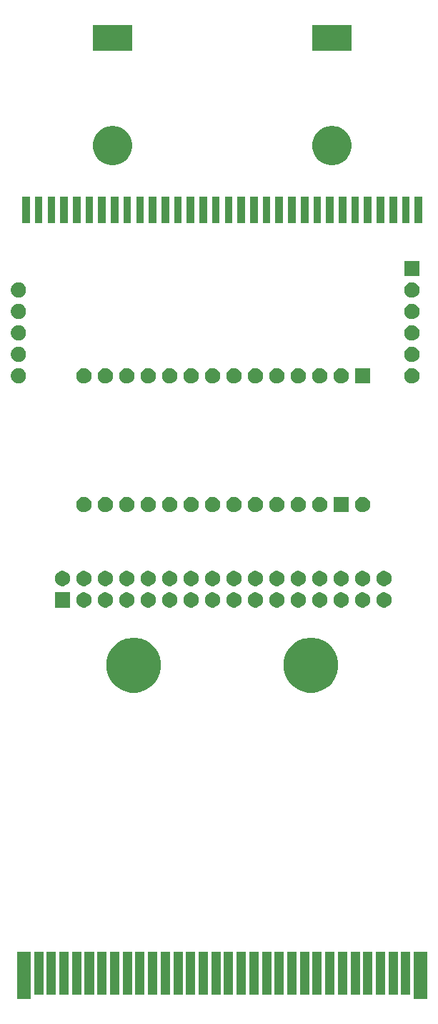
<source format=gbr>
G04 #@! TF.GenerationSoftware,KiCad,Pcbnew,(5.1.5)-3*
G04 #@! TF.CreationDate,2022-01-30T10:55:24+01:00*
G04 #@! TF.ProjectId,pcb,7063622e-6b69-4636-9164-5f7063625858,rev?*
G04 #@! TF.SameCoordinates,Original*
G04 #@! TF.FileFunction,Soldermask,Bot*
G04 #@! TF.FilePolarity,Negative*
%FSLAX46Y46*%
G04 Gerber Fmt 4.6, Leading zero omitted, Abs format (unit mm)*
G04 Created by KiCad (PCBNEW (5.1.5)-3) date 2022-01-30 10:55:24*
%MOMM*%
%LPD*%
G04 APERTURE LIST*
%ADD10C,0.100000*%
G04 APERTURE END LIST*
D10*
G36*
X86801000Y-176051000D02*
G01*
X85199000Y-176051000D01*
X85199000Y-170449000D01*
X86801000Y-170449000D01*
X86801000Y-176051000D01*
G37*
G36*
X39801000Y-176051000D02*
G01*
X38199000Y-176051000D01*
X38199000Y-170449000D01*
X39801000Y-170449000D01*
X39801000Y-176051000D01*
G37*
G36*
X72801000Y-175551000D02*
G01*
X71699000Y-175551000D01*
X71699000Y-170449000D01*
X72801000Y-170449000D01*
X72801000Y-175551000D01*
G37*
G36*
X48801000Y-175551000D02*
G01*
X47699000Y-175551000D01*
X47699000Y-170449000D01*
X48801000Y-170449000D01*
X48801000Y-175551000D01*
G37*
G36*
X51801000Y-175551000D02*
G01*
X50699000Y-175551000D01*
X50699000Y-170449000D01*
X51801000Y-170449000D01*
X51801000Y-175551000D01*
G37*
G36*
X53301000Y-175551000D02*
G01*
X52199000Y-175551000D01*
X52199000Y-170449000D01*
X53301000Y-170449000D01*
X53301000Y-175551000D01*
G37*
G36*
X57801000Y-175551000D02*
G01*
X56699000Y-175551000D01*
X56699000Y-170449000D01*
X57801000Y-170449000D01*
X57801000Y-175551000D01*
G37*
G36*
X50301000Y-175551000D02*
G01*
X49199000Y-175551000D01*
X49199000Y-170449000D01*
X50301000Y-170449000D01*
X50301000Y-175551000D01*
G37*
G36*
X54801000Y-175551000D02*
G01*
X53699000Y-175551000D01*
X53699000Y-170449000D01*
X54801000Y-170449000D01*
X54801000Y-175551000D01*
G37*
G36*
X60801000Y-175551000D02*
G01*
X59699000Y-175551000D01*
X59699000Y-170449000D01*
X60801000Y-170449000D01*
X60801000Y-175551000D01*
G37*
G36*
X59301000Y-175551000D02*
G01*
X58199000Y-175551000D01*
X58199000Y-170449000D01*
X59301000Y-170449000D01*
X59301000Y-175551000D01*
G37*
G36*
X56301000Y-175551000D02*
G01*
X55199000Y-175551000D01*
X55199000Y-170449000D01*
X56301000Y-170449000D01*
X56301000Y-175551000D01*
G37*
G36*
X45801000Y-175551000D02*
G01*
X44699000Y-175551000D01*
X44699000Y-170449000D01*
X45801000Y-170449000D01*
X45801000Y-175551000D01*
G37*
G36*
X44301000Y-175551000D02*
G01*
X43199000Y-175551000D01*
X43199000Y-170449000D01*
X44301000Y-170449000D01*
X44301000Y-175551000D01*
G37*
G36*
X47301000Y-175551000D02*
G01*
X46199000Y-175551000D01*
X46199000Y-170449000D01*
X47301000Y-170449000D01*
X47301000Y-175551000D01*
G37*
G36*
X42801000Y-175551000D02*
G01*
X41699000Y-175551000D01*
X41699000Y-170449000D01*
X42801000Y-170449000D01*
X42801000Y-175551000D01*
G37*
G36*
X41301000Y-175551000D02*
G01*
X40199000Y-175551000D01*
X40199000Y-170449000D01*
X41301000Y-170449000D01*
X41301000Y-175551000D01*
G37*
G36*
X83301000Y-175551000D02*
G01*
X82199000Y-175551000D01*
X82199000Y-170449000D01*
X83301000Y-170449000D01*
X83301000Y-175551000D01*
G37*
G36*
X66801000Y-175551000D02*
G01*
X65699000Y-175551000D01*
X65699000Y-170449000D01*
X66801000Y-170449000D01*
X66801000Y-175551000D01*
G37*
G36*
X84801000Y-175551000D02*
G01*
X83699000Y-175551000D01*
X83699000Y-170449000D01*
X84801000Y-170449000D01*
X84801000Y-175551000D01*
G37*
G36*
X71301000Y-175551000D02*
G01*
X70199000Y-175551000D01*
X70199000Y-170449000D01*
X71301000Y-170449000D01*
X71301000Y-175551000D01*
G37*
G36*
X65301000Y-175551000D02*
G01*
X64199000Y-175551000D01*
X64199000Y-170449000D01*
X65301000Y-170449000D01*
X65301000Y-175551000D01*
G37*
G36*
X68301000Y-175551000D02*
G01*
X67199000Y-175551000D01*
X67199000Y-170449000D01*
X68301000Y-170449000D01*
X68301000Y-175551000D01*
G37*
G36*
X69801000Y-175551000D02*
G01*
X68699000Y-175551000D01*
X68699000Y-170449000D01*
X69801000Y-170449000D01*
X69801000Y-175551000D01*
G37*
G36*
X63801000Y-175551000D02*
G01*
X62699000Y-175551000D01*
X62699000Y-170449000D01*
X63801000Y-170449000D01*
X63801000Y-175551000D01*
G37*
G36*
X77301000Y-175551000D02*
G01*
X76199000Y-175551000D01*
X76199000Y-170449000D01*
X77301000Y-170449000D01*
X77301000Y-175551000D01*
G37*
G36*
X74301000Y-175551000D02*
G01*
X73199000Y-175551000D01*
X73199000Y-170449000D01*
X74301000Y-170449000D01*
X74301000Y-175551000D01*
G37*
G36*
X75801000Y-175551000D02*
G01*
X74699000Y-175551000D01*
X74699000Y-170449000D01*
X75801000Y-170449000D01*
X75801000Y-175551000D01*
G37*
G36*
X62301000Y-175551000D02*
G01*
X61199000Y-175551000D01*
X61199000Y-170449000D01*
X62301000Y-170449000D01*
X62301000Y-175551000D01*
G37*
G36*
X81801000Y-175551000D02*
G01*
X80699000Y-175551000D01*
X80699000Y-170449000D01*
X81801000Y-170449000D01*
X81801000Y-175551000D01*
G37*
G36*
X80301000Y-175551000D02*
G01*
X79199000Y-175551000D01*
X79199000Y-170449000D01*
X80301000Y-170449000D01*
X80301000Y-175551000D01*
G37*
G36*
X78801000Y-175551000D02*
G01*
X77699000Y-175551000D01*
X77699000Y-170449000D01*
X78801000Y-170449000D01*
X78801000Y-175551000D01*
G37*
G36*
X52634239Y-133311467D02*
G01*
X52948282Y-133373934D01*
X53539926Y-133619001D01*
X54072392Y-133974784D01*
X54525216Y-134427608D01*
X54880999Y-134960074D01*
X55126066Y-135551718D01*
X55251000Y-136179804D01*
X55251000Y-136820196D01*
X55126066Y-137448282D01*
X54880999Y-138039926D01*
X54525216Y-138572392D01*
X54072392Y-139025216D01*
X53539926Y-139380999D01*
X52948282Y-139626066D01*
X52634239Y-139688533D01*
X52320197Y-139751000D01*
X51679803Y-139751000D01*
X51365761Y-139688533D01*
X51051718Y-139626066D01*
X50460074Y-139380999D01*
X49927608Y-139025216D01*
X49474784Y-138572392D01*
X49119001Y-138039926D01*
X48873934Y-137448282D01*
X48749000Y-136820196D01*
X48749000Y-136179804D01*
X48873934Y-135551718D01*
X49119001Y-134960074D01*
X49474784Y-134427608D01*
X49927608Y-133974784D01*
X50460074Y-133619001D01*
X51051718Y-133373934D01*
X51365761Y-133311467D01*
X51679803Y-133249000D01*
X52320197Y-133249000D01*
X52634239Y-133311467D01*
G37*
G36*
X73634239Y-133311467D02*
G01*
X73948282Y-133373934D01*
X74539926Y-133619001D01*
X75072392Y-133974784D01*
X75525216Y-134427608D01*
X75880999Y-134960074D01*
X76126066Y-135551718D01*
X76251000Y-136179804D01*
X76251000Y-136820196D01*
X76126066Y-137448282D01*
X75880999Y-138039926D01*
X75525216Y-138572392D01*
X75072392Y-139025216D01*
X74539926Y-139380999D01*
X73948282Y-139626066D01*
X73634239Y-139688533D01*
X73320197Y-139751000D01*
X72679803Y-139751000D01*
X72365761Y-139688533D01*
X72051718Y-139626066D01*
X71460074Y-139380999D01*
X70927608Y-139025216D01*
X70474784Y-138572392D01*
X70119001Y-138039926D01*
X69873934Y-137448282D01*
X69749000Y-136820196D01*
X69749000Y-136179804D01*
X69873934Y-135551718D01*
X70119001Y-134960074D01*
X70474784Y-134427608D01*
X70927608Y-133974784D01*
X71460074Y-133619001D01*
X72051718Y-133373934D01*
X72365761Y-133311467D01*
X72679803Y-133249000D01*
X73320197Y-133249000D01*
X73634239Y-133311467D01*
G37*
G36*
X46214512Y-127881927D02*
G01*
X46363812Y-127911624D01*
X46527784Y-127979544D01*
X46675354Y-128078147D01*
X46800853Y-128203646D01*
X46899456Y-128351216D01*
X46967376Y-128515188D01*
X47002000Y-128689259D01*
X47002000Y-128866741D01*
X46967376Y-129040812D01*
X46899456Y-129204784D01*
X46800853Y-129352354D01*
X46675354Y-129477853D01*
X46527784Y-129576456D01*
X46363812Y-129644376D01*
X46214512Y-129674073D01*
X46189742Y-129679000D01*
X46012258Y-129679000D01*
X45987488Y-129674073D01*
X45838188Y-129644376D01*
X45674216Y-129576456D01*
X45526646Y-129477853D01*
X45401147Y-129352354D01*
X45302544Y-129204784D01*
X45234624Y-129040812D01*
X45200000Y-128866741D01*
X45200000Y-128689259D01*
X45234624Y-128515188D01*
X45302544Y-128351216D01*
X45401147Y-128203646D01*
X45526646Y-128078147D01*
X45674216Y-127979544D01*
X45838188Y-127911624D01*
X45987488Y-127881927D01*
X46012258Y-127877000D01*
X46189742Y-127877000D01*
X46214512Y-127881927D01*
G37*
G36*
X79234512Y-127881927D02*
G01*
X79383812Y-127911624D01*
X79547784Y-127979544D01*
X79695354Y-128078147D01*
X79820853Y-128203646D01*
X79919456Y-128351216D01*
X79987376Y-128515188D01*
X80022000Y-128689259D01*
X80022000Y-128866741D01*
X79987376Y-129040812D01*
X79919456Y-129204784D01*
X79820853Y-129352354D01*
X79695354Y-129477853D01*
X79547784Y-129576456D01*
X79383812Y-129644376D01*
X79234512Y-129674073D01*
X79209742Y-129679000D01*
X79032258Y-129679000D01*
X79007488Y-129674073D01*
X78858188Y-129644376D01*
X78694216Y-129576456D01*
X78546646Y-129477853D01*
X78421147Y-129352354D01*
X78322544Y-129204784D01*
X78254624Y-129040812D01*
X78220000Y-128866741D01*
X78220000Y-128689259D01*
X78254624Y-128515188D01*
X78322544Y-128351216D01*
X78421147Y-128203646D01*
X78546646Y-128078147D01*
X78694216Y-127979544D01*
X78858188Y-127911624D01*
X79007488Y-127881927D01*
X79032258Y-127877000D01*
X79209742Y-127877000D01*
X79234512Y-127881927D01*
G37*
G36*
X61454512Y-127881927D02*
G01*
X61603812Y-127911624D01*
X61767784Y-127979544D01*
X61915354Y-128078147D01*
X62040853Y-128203646D01*
X62139456Y-128351216D01*
X62207376Y-128515188D01*
X62242000Y-128689259D01*
X62242000Y-128866741D01*
X62207376Y-129040812D01*
X62139456Y-129204784D01*
X62040853Y-129352354D01*
X61915354Y-129477853D01*
X61767784Y-129576456D01*
X61603812Y-129644376D01*
X61454512Y-129674073D01*
X61429742Y-129679000D01*
X61252258Y-129679000D01*
X61227488Y-129674073D01*
X61078188Y-129644376D01*
X60914216Y-129576456D01*
X60766646Y-129477853D01*
X60641147Y-129352354D01*
X60542544Y-129204784D01*
X60474624Y-129040812D01*
X60440000Y-128866741D01*
X60440000Y-128689259D01*
X60474624Y-128515188D01*
X60542544Y-128351216D01*
X60641147Y-128203646D01*
X60766646Y-128078147D01*
X60914216Y-127979544D01*
X61078188Y-127911624D01*
X61227488Y-127881927D01*
X61252258Y-127877000D01*
X61429742Y-127877000D01*
X61454512Y-127881927D01*
G37*
G36*
X69074512Y-127881927D02*
G01*
X69223812Y-127911624D01*
X69387784Y-127979544D01*
X69535354Y-128078147D01*
X69660853Y-128203646D01*
X69759456Y-128351216D01*
X69827376Y-128515188D01*
X69862000Y-128689259D01*
X69862000Y-128866741D01*
X69827376Y-129040812D01*
X69759456Y-129204784D01*
X69660853Y-129352354D01*
X69535354Y-129477853D01*
X69387784Y-129576456D01*
X69223812Y-129644376D01*
X69074512Y-129674073D01*
X69049742Y-129679000D01*
X68872258Y-129679000D01*
X68847488Y-129674073D01*
X68698188Y-129644376D01*
X68534216Y-129576456D01*
X68386646Y-129477853D01*
X68261147Y-129352354D01*
X68162544Y-129204784D01*
X68094624Y-129040812D01*
X68060000Y-128866741D01*
X68060000Y-128689259D01*
X68094624Y-128515188D01*
X68162544Y-128351216D01*
X68261147Y-128203646D01*
X68386646Y-128078147D01*
X68534216Y-127979544D01*
X68698188Y-127911624D01*
X68847488Y-127881927D01*
X68872258Y-127877000D01*
X69049742Y-127877000D01*
X69074512Y-127881927D01*
G37*
G36*
X44462000Y-129679000D02*
G01*
X42660000Y-129679000D01*
X42660000Y-127877000D01*
X44462000Y-127877000D01*
X44462000Y-129679000D01*
G37*
G36*
X63994512Y-127881927D02*
G01*
X64143812Y-127911624D01*
X64307784Y-127979544D01*
X64455354Y-128078147D01*
X64580853Y-128203646D01*
X64679456Y-128351216D01*
X64747376Y-128515188D01*
X64782000Y-128689259D01*
X64782000Y-128866741D01*
X64747376Y-129040812D01*
X64679456Y-129204784D01*
X64580853Y-129352354D01*
X64455354Y-129477853D01*
X64307784Y-129576456D01*
X64143812Y-129644376D01*
X63994512Y-129674073D01*
X63969742Y-129679000D01*
X63792258Y-129679000D01*
X63767488Y-129674073D01*
X63618188Y-129644376D01*
X63454216Y-129576456D01*
X63306646Y-129477853D01*
X63181147Y-129352354D01*
X63082544Y-129204784D01*
X63014624Y-129040812D01*
X62980000Y-128866741D01*
X62980000Y-128689259D01*
X63014624Y-128515188D01*
X63082544Y-128351216D01*
X63181147Y-128203646D01*
X63306646Y-128078147D01*
X63454216Y-127979544D01*
X63618188Y-127911624D01*
X63767488Y-127881927D01*
X63792258Y-127877000D01*
X63969742Y-127877000D01*
X63994512Y-127881927D01*
G37*
G36*
X81774512Y-127881927D02*
G01*
X81923812Y-127911624D01*
X82087784Y-127979544D01*
X82235354Y-128078147D01*
X82360853Y-128203646D01*
X82459456Y-128351216D01*
X82527376Y-128515188D01*
X82562000Y-128689259D01*
X82562000Y-128866741D01*
X82527376Y-129040812D01*
X82459456Y-129204784D01*
X82360853Y-129352354D01*
X82235354Y-129477853D01*
X82087784Y-129576456D01*
X81923812Y-129644376D01*
X81774512Y-129674073D01*
X81749742Y-129679000D01*
X81572258Y-129679000D01*
X81547488Y-129674073D01*
X81398188Y-129644376D01*
X81234216Y-129576456D01*
X81086646Y-129477853D01*
X80961147Y-129352354D01*
X80862544Y-129204784D01*
X80794624Y-129040812D01*
X80760000Y-128866741D01*
X80760000Y-128689259D01*
X80794624Y-128515188D01*
X80862544Y-128351216D01*
X80961147Y-128203646D01*
X81086646Y-128078147D01*
X81234216Y-127979544D01*
X81398188Y-127911624D01*
X81547488Y-127881927D01*
X81572258Y-127877000D01*
X81749742Y-127877000D01*
X81774512Y-127881927D01*
G37*
G36*
X48754512Y-127881927D02*
G01*
X48903812Y-127911624D01*
X49067784Y-127979544D01*
X49215354Y-128078147D01*
X49340853Y-128203646D01*
X49439456Y-128351216D01*
X49507376Y-128515188D01*
X49542000Y-128689259D01*
X49542000Y-128866741D01*
X49507376Y-129040812D01*
X49439456Y-129204784D01*
X49340853Y-129352354D01*
X49215354Y-129477853D01*
X49067784Y-129576456D01*
X48903812Y-129644376D01*
X48754512Y-129674073D01*
X48729742Y-129679000D01*
X48552258Y-129679000D01*
X48527488Y-129674073D01*
X48378188Y-129644376D01*
X48214216Y-129576456D01*
X48066646Y-129477853D01*
X47941147Y-129352354D01*
X47842544Y-129204784D01*
X47774624Y-129040812D01*
X47740000Y-128866741D01*
X47740000Y-128689259D01*
X47774624Y-128515188D01*
X47842544Y-128351216D01*
X47941147Y-128203646D01*
X48066646Y-128078147D01*
X48214216Y-127979544D01*
X48378188Y-127911624D01*
X48527488Y-127881927D01*
X48552258Y-127877000D01*
X48729742Y-127877000D01*
X48754512Y-127881927D01*
G37*
G36*
X53834512Y-127881927D02*
G01*
X53983812Y-127911624D01*
X54147784Y-127979544D01*
X54295354Y-128078147D01*
X54420853Y-128203646D01*
X54519456Y-128351216D01*
X54587376Y-128515188D01*
X54622000Y-128689259D01*
X54622000Y-128866741D01*
X54587376Y-129040812D01*
X54519456Y-129204784D01*
X54420853Y-129352354D01*
X54295354Y-129477853D01*
X54147784Y-129576456D01*
X53983812Y-129644376D01*
X53834512Y-129674073D01*
X53809742Y-129679000D01*
X53632258Y-129679000D01*
X53607488Y-129674073D01*
X53458188Y-129644376D01*
X53294216Y-129576456D01*
X53146646Y-129477853D01*
X53021147Y-129352354D01*
X52922544Y-129204784D01*
X52854624Y-129040812D01*
X52820000Y-128866741D01*
X52820000Y-128689259D01*
X52854624Y-128515188D01*
X52922544Y-128351216D01*
X53021147Y-128203646D01*
X53146646Y-128078147D01*
X53294216Y-127979544D01*
X53458188Y-127911624D01*
X53607488Y-127881927D01*
X53632258Y-127877000D01*
X53809742Y-127877000D01*
X53834512Y-127881927D01*
G37*
G36*
X58914512Y-127881927D02*
G01*
X59063812Y-127911624D01*
X59227784Y-127979544D01*
X59375354Y-128078147D01*
X59500853Y-128203646D01*
X59599456Y-128351216D01*
X59667376Y-128515188D01*
X59702000Y-128689259D01*
X59702000Y-128866741D01*
X59667376Y-129040812D01*
X59599456Y-129204784D01*
X59500853Y-129352354D01*
X59375354Y-129477853D01*
X59227784Y-129576456D01*
X59063812Y-129644376D01*
X58914512Y-129674073D01*
X58889742Y-129679000D01*
X58712258Y-129679000D01*
X58687488Y-129674073D01*
X58538188Y-129644376D01*
X58374216Y-129576456D01*
X58226646Y-129477853D01*
X58101147Y-129352354D01*
X58002544Y-129204784D01*
X57934624Y-129040812D01*
X57900000Y-128866741D01*
X57900000Y-128689259D01*
X57934624Y-128515188D01*
X58002544Y-128351216D01*
X58101147Y-128203646D01*
X58226646Y-128078147D01*
X58374216Y-127979544D01*
X58538188Y-127911624D01*
X58687488Y-127881927D01*
X58712258Y-127877000D01*
X58889742Y-127877000D01*
X58914512Y-127881927D01*
G37*
G36*
X71614512Y-127881927D02*
G01*
X71763812Y-127911624D01*
X71927784Y-127979544D01*
X72075354Y-128078147D01*
X72200853Y-128203646D01*
X72299456Y-128351216D01*
X72367376Y-128515188D01*
X72402000Y-128689259D01*
X72402000Y-128866741D01*
X72367376Y-129040812D01*
X72299456Y-129204784D01*
X72200853Y-129352354D01*
X72075354Y-129477853D01*
X71927784Y-129576456D01*
X71763812Y-129644376D01*
X71614512Y-129674073D01*
X71589742Y-129679000D01*
X71412258Y-129679000D01*
X71387488Y-129674073D01*
X71238188Y-129644376D01*
X71074216Y-129576456D01*
X70926646Y-129477853D01*
X70801147Y-129352354D01*
X70702544Y-129204784D01*
X70634624Y-129040812D01*
X70600000Y-128866741D01*
X70600000Y-128689259D01*
X70634624Y-128515188D01*
X70702544Y-128351216D01*
X70801147Y-128203646D01*
X70926646Y-128078147D01*
X71074216Y-127979544D01*
X71238188Y-127911624D01*
X71387488Y-127881927D01*
X71412258Y-127877000D01*
X71589742Y-127877000D01*
X71614512Y-127881927D01*
G37*
G36*
X56374512Y-127881927D02*
G01*
X56523812Y-127911624D01*
X56687784Y-127979544D01*
X56835354Y-128078147D01*
X56960853Y-128203646D01*
X57059456Y-128351216D01*
X57127376Y-128515188D01*
X57162000Y-128689259D01*
X57162000Y-128866741D01*
X57127376Y-129040812D01*
X57059456Y-129204784D01*
X56960853Y-129352354D01*
X56835354Y-129477853D01*
X56687784Y-129576456D01*
X56523812Y-129644376D01*
X56374512Y-129674073D01*
X56349742Y-129679000D01*
X56172258Y-129679000D01*
X56147488Y-129674073D01*
X55998188Y-129644376D01*
X55834216Y-129576456D01*
X55686646Y-129477853D01*
X55561147Y-129352354D01*
X55462544Y-129204784D01*
X55394624Y-129040812D01*
X55360000Y-128866741D01*
X55360000Y-128689259D01*
X55394624Y-128515188D01*
X55462544Y-128351216D01*
X55561147Y-128203646D01*
X55686646Y-128078147D01*
X55834216Y-127979544D01*
X55998188Y-127911624D01*
X56147488Y-127881927D01*
X56172258Y-127877000D01*
X56349742Y-127877000D01*
X56374512Y-127881927D01*
G37*
G36*
X76694512Y-127881927D02*
G01*
X76843812Y-127911624D01*
X77007784Y-127979544D01*
X77155354Y-128078147D01*
X77280853Y-128203646D01*
X77379456Y-128351216D01*
X77447376Y-128515188D01*
X77482000Y-128689259D01*
X77482000Y-128866741D01*
X77447376Y-129040812D01*
X77379456Y-129204784D01*
X77280853Y-129352354D01*
X77155354Y-129477853D01*
X77007784Y-129576456D01*
X76843812Y-129644376D01*
X76694512Y-129674073D01*
X76669742Y-129679000D01*
X76492258Y-129679000D01*
X76467488Y-129674073D01*
X76318188Y-129644376D01*
X76154216Y-129576456D01*
X76006646Y-129477853D01*
X75881147Y-129352354D01*
X75782544Y-129204784D01*
X75714624Y-129040812D01*
X75680000Y-128866741D01*
X75680000Y-128689259D01*
X75714624Y-128515188D01*
X75782544Y-128351216D01*
X75881147Y-128203646D01*
X76006646Y-128078147D01*
X76154216Y-127979544D01*
X76318188Y-127911624D01*
X76467488Y-127881927D01*
X76492258Y-127877000D01*
X76669742Y-127877000D01*
X76694512Y-127881927D01*
G37*
G36*
X66534512Y-127881927D02*
G01*
X66683812Y-127911624D01*
X66847784Y-127979544D01*
X66995354Y-128078147D01*
X67120853Y-128203646D01*
X67219456Y-128351216D01*
X67287376Y-128515188D01*
X67322000Y-128689259D01*
X67322000Y-128866741D01*
X67287376Y-129040812D01*
X67219456Y-129204784D01*
X67120853Y-129352354D01*
X66995354Y-129477853D01*
X66847784Y-129576456D01*
X66683812Y-129644376D01*
X66534512Y-129674073D01*
X66509742Y-129679000D01*
X66332258Y-129679000D01*
X66307488Y-129674073D01*
X66158188Y-129644376D01*
X65994216Y-129576456D01*
X65846646Y-129477853D01*
X65721147Y-129352354D01*
X65622544Y-129204784D01*
X65554624Y-129040812D01*
X65520000Y-128866741D01*
X65520000Y-128689259D01*
X65554624Y-128515188D01*
X65622544Y-128351216D01*
X65721147Y-128203646D01*
X65846646Y-128078147D01*
X65994216Y-127979544D01*
X66158188Y-127911624D01*
X66307488Y-127881927D01*
X66332258Y-127877000D01*
X66509742Y-127877000D01*
X66534512Y-127881927D01*
G37*
G36*
X74154512Y-127881927D02*
G01*
X74303812Y-127911624D01*
X74467784Y-127979544D01*
X74615354Y-128078147D01*
X74740853Y-128203646D01*
X74839456Y-128351216D01*
X74907376Y-128515188D01*
X74942000Y-128689259D01*
X74942000Y-128866741D01*
X74907376Y-129040812D01*
X74839456Y-129204784D01*
X74740853Y-129352354D01*
X74615354Y-129477853D01*
X74467784Y-129576456D01*
X74303812Y-129644376D01*
X74154512Y-129674073D01*
X74129742Y-129679000D01*
X73952258Y-129679000D01*
X73927488Y-129674073D01*
X73778188Y-129644376D01*
X73614216Y-129576456D01*
X73466646Y-129477853D01*
X73341147Y-129352354D01*
X73242544Y-129204784D01*
X73174624Y-129040812D01*
X73140000Y-128866741D01*
X73140000Y-128689259D01*
X73174624Y-128515188D01*
X73242544Y-128351216D01*
X73341147Y-128203646D01*
X73466646Y-128078147D01*
X73614216Y-127979544D01*
X73778188Y-127911624D01*
X73927488Y-127881927D01*
X73952258Y-127877000D01*
X74129742Y-127877000D01*
X74154512Y-127881927D01*
G37*
G36*
X51294512Y-127881927D02*
G01*
X51443812Y-127911624D01*
X51607784Y-127979544D01*
X51755354Y-128078147D01*
X51880853Y-128203646D01*
X51979456Y-128351216D01*
X52047376Y-128515188D01*
X52082000Y-128689259D01*
X52082000Y-128866741D01*
X52047376Y-129040812D01*
X51979456Y-129204784D01*
X51880853Y-129352354D01*
X51755354Y-129477853D01*
X51607784Y-129576456D01*
X51443812Y-129644376D01*
X51294512Y-129674073D01*
X51269742Y-129679000D01*
X51092258Y-129679000D01*
X51067488Y-129674073D01*
X50918188Y-129644376D01*
X50754216Y-129576456D01*
X50606646Y-129477853D01*
X50481147Y-129352354D01*
X50382544Y-129204784D01*
X50314624Y-129040812D01*
X50280000Y-128866741D01*
X50280000Y-128689259D01*
X50314624Y-128515188D01*
X50382544Y-128351216D01*
X50481147Y-128203646D01*
X50606646Y-128078147D01*
X50754216Y-127979544D01*
X50918188Y-127911624D01*
X51067488Y-127881927D01*
X51092258Y-127877000D01*
X51269742Y-127877000D01*
X51294512Y-127881927D01*
G37*
G36*
X76694512Y-125341927D02*
G01*
X76843812Y-125371624D01*
X77007784Y-125439544D01*
X77155354Y-125538147D01*
X77280853Y-125663646D01*
X77379456Y-125811216D01*
X77447376Y-125975188D01*
X77482000Y-126149259D01*
X77482000Y-126326741D01*
X77447376Y-126500812D01*
X77379456Y-126664784D01*
X77280853Y-126812354D01*
X77155354Y-126937853D01*
X77007784Y-127036456D01*
X76843812Y-127104376D01*
X76694512Y-127134073D01*
X76669742Y-127139000D01*
X76492258Y-127139000D01*
X76467488Y-127134073D01*
X76318188Y-127104376D01*
X76154216Y-127036456D01*
X76006646Y-126937853D01*
X75881147Y-126812354D01*
X75782544Y-126664784D01*
X75714624Y-126500812D01*
X75680000Y-126326741D01*
X75680000Y-126149259D01*
X75714624Y-125975188D01*
X75782544Y-125811216D01*
X75881147Y-125663646D01*
X76006646Y-125538147D01*
X76154216Y-125439544D01*
X76318188Y-125371624D01*
X76467488Y-125341927D01*
X76492258Y-125337000D01*
X76669742Y-125337000D01*
X76694512Y-125341927D01*
G37*
G36*
X71614512Y-125341927D02*
G01*
X71763812Y-125371624D01*
X71927784Y-125439544D01*
X72075354Y-125538147D01*
X72200853Y-125663646D01*
X72299456Y-125811216D01*
X72367376Y-125975188D01*
X72402000Y-126149259D01*
X72402000Y-126326741D01*
X72367376Y-126500812D01*
X72299456Y-126664784D01*
X72200853Y-126812354D01*
X72075354Y-126937853D01*
X71927784Y-127036456D01*
X71763812Y-127104376D01*
X71614512Y-127134073D01*
X71589742Y-127139000D01*
X71412258Y-127139000D01*
X71387488Y-127134073D01*
X71238188Y-127104376D01*
X71074216Y-127036456D01*
X70926646Y-126937853D01*
X70801147Y-126812354D01*
X70702544Y-126664784D01*
X70634624Y-126500812D01*
X70600000Y-126326741D01*
X70600000Y-126149259D01*
X70634624Y-125975188D01*
X70702544Y-125811216D01*
X70801147Y-125663646D01*
X70926646Y-125538147D01*
X71074216Y-125439544D01*
X71238188Y-125371624D01*
X71387488Y-125341927D01*
X71412258Y-125337000D01*
X71589742Y-125337000D01*
X71614512Y-125341927D01*
G37*
G36*
X66534512Y-125341927D02*
G01*
X66683812Y-125371624D01*
X66847784Y-125439544D01*
X66995354Y-125538147D01*
X67120853Y-125663646D01*
X67219456Y-125811216D01*
X67287376Y-125975188D01*
X67322000Y-126149259D01*
X67322000Y-126326741D01*
X67287376Y-126500812D01*
X67219456Y-126664784D01*
X67120853Y-126812354D01*
X66995354Y-126937853D01*
X66847784Y-127036456D01*
X66683812Y-127104376D01*
X66534512Y-127134073D01*
X66509742Y-127139000D01*
X66332258Y-127139000D01*
X66307488Y-127134073D01*
X66158188Y-127104376D01*
X65994216Y-127036456D01*
X65846646Y-126937853D01*
X65721147Y-126812354D01*
X65622544Y-126664784D01*
X65554624Y-126500812D01*
X65520000Y-126326741D01*
X65520000Y-126149259D01*
X65554624Y-125975188D01*
X65622544Y-125811216D01*
X65721147Y-125663646D01*
X65846646Y-125538147D01*
X65994216Y-125439544D01*
X66158188Y-125371624D01*
X66307488Y-125341927D01*
X66332258Y-125337000D01*
X66509742Y-125337000D01*
X66534512Y-125341927D01*
G37*
G36*
X79234512Y-125341927D02*
G01*
X79383812Y-125371624D01*
X79547784Y-125439544D01*
X79695354Y-125538147D01*
X79820853Y-125663646D01*
X79919456Y-125811216D01*
X79987376Y-125975188D01*
X80022000Y-126149259D01*
X80022000Y-126326741D01*
X79987376Y-126500812D01*
X79919456Y-126664784D01*
X79820853Y-126812354D01*
X79695354Y-126937853D01*
X79547784Y-127036456D01*
X79383812Y-127104376D01*
X79234512Y-127134073D01*
X79209742Y-127139000D01*
X79032258Y-127139000D01*
X79007488Y-127134073D01*
X78858188Y-127104376D01*
X78694216Y-127036456D01*
X78546646Y-126937853D01*
X78421147Y-126812354D01*
X78322544Y-126664784D01*
X78254624Y-126500812D01*
X78220000Y-126326741D01*
X78220000Y-126149259D01*
X78254624Y-125975188D01*
X78322544Y-125811216D01*
X78421147Y-125663646D01*
X78546646Y-125538147D01*
X78694216Y-125439544D01*
X78858188Y-125371624D01*
X79007488Y-125341927D01*
X79032258Y-125337000D01*
X79209742Y-125337000D01*
X79234512Y-125341927D01*
G37*
G36*
X61454512Y-125341927D02*
G01*
X61603812Y-125371624D01*
X61767784Y-125439544D01*
X61915354Y-125538147D01*
X62040853Y-125663646D01*
X62139456Y-125811216D01*
X62207376Y-125975188D01*
X62242000Y-126149259D01*
X62242000Y-126326741D01*
X62207376Y-126500812D01*
X62139456Y-126664784D01*
X62040853Y-126812354D01*
X61915354Y-126937853D01*
X61767784Y-127036456D01*
X61603812Y-127104376D01*
X61454512Y-127134073D01*
X61429742Y-127139000D01*
X61252258Y-127139000D01*
X61227488Y-127134073D01*
X61078188Y-127104376D01*
X60914216Y-127036456D01*
X60766646Y-126937853D01*
X60641147Y-126812354D01*
X60542544Y-126664784D01*
X60474624Y-126500812D01*
X60440000Y-126326741D01*
X60440000Y-126149259D01*
X60474624Y-125975188D01*
X60542544Y-125811216D01*
X60641147Y-125663646D01*
X60766646Y-125538147D01*
X60914216Y-125439544D01*
X61078188Y-125371624D01*
X61227488Y-125341927D01*
X61252258Y-125337000D01*
X61429742Y-125337000D01*
X61454512Y-125341927D01*
G37*
G36*
X58914512Y-125341927D02*
G01*
X59063812Y-125371624D01*
X59227784Y-125439544D01*
X59375354Y-125538147D01*
X59500853Y-125663646D01*
X59599456Y-125811216D01*
X59667376Y-125975188D01*
X59702000Y-126149259D01*
X59702000Y-126326741D01*
X59667376Y-126500812D01*
X59599456Y-126664784D01*
X59500853Y-126812354D01*
X59375354Y-126937853D01*
X59227784Y-127036456D01*
X59063812Y-127104376D01*
X58914512Y-127134073D01*
X58889742Y-127139000D01*
X58712258Y-127139000D01*
X58687488Y-127134073D01*
X58538188Y-127104376D01*
X58374216Y-127036456D01*
X58226646Y-126937853D01*
X58101147Y-126812354D01*
X58002544Y-126664784D01*
X57934624Y-126500812D01*
X57900000Y-126326741D01*
X57900000Y-126149259D01*
X57934624Y-125975188D01*
X58002544Y-125811216D01*
X58101147Y-125663646D01*
X58226646Y-125538147D01*
X58374216Y-125439544D01*
X58538188Y-125371624D01*
X58687488Y-125341927D01*
X58712258Y-125337000D01*
X58889742Y-125337000D01*
X58914512Y-125341927D01*
G37*
G36*
X63994512Y-125341927D02*
G01*
X64143812Y-125371624D01*
X64307784Y-125439544D01*
X64455354Y-125538147D01*
X64580853Y-125663646D01*
X64679456Y-125811216D01*
X64747376Y-125975188D01*
X64782000Y-126149259D01*
X64782000Y-126326741D01*
X64747376Y-126500812D01*
X64679456Y-126664784D01*
X64580853Y-126812354D01*
X64455354Y-126937853D01*
X64307784Y-127036456D01*
X64143812Y-127104376D01*
X63994512Y-127134073D01*
X63969742Y-127139000D01*
X63792258Y-127139000D01*
X63767488Y-127134073D01*
X63618188Y-127104376D01*
X63454216Y-127036456D01*
X63306646Y-126937853D01*
X63181147Y-126812354D01*
X63082544Y-126664784D01*
X63014624Y-126500812D01*
X62980000Y-126326741D01*
X62980000Y-126149259D01*
X63014624Y-125975188D01*
X63082544Y-125811216D01*
X63181147Y-125663646D01*
X63306646Y-125538147D01*
X63454216Y-125439544D01*
X63618188Y-125371624D01*
X63767488Y-125341927D01*
X63792258Y-125337000D01*
X63969742Y-125337000D01*
X63994512Y-125341927D01*
G37*
G36*
X46214512Y-125341927D02*
G01*
X46363812Y-125371624D01*
X46527784Y-125439544D01*
X46675354Y-125538147D01*
X46800853Y-125663646D01*
X46899456Y-125811216D01*
X46967376Y-125975188D01*
X47002000Y-126149259D01*
X47002000Y-126326741D01*
X46967376Y-126500812D01*
X46899456Y-126664784D01*
X46800853Y-126812354D01*
X46675354Y-126937853D01*
X46527784Y-127036456D01*
X46363812Y-127104376D01*
X46214512Y-127134073D01*
X46189742Y-127139000D01*
X46012258Y-127139000D01*
X45987488Y-127134073D01*
X45838188Y-127104376D01*
X45674216Y-127036456D01*
X45526646Y-126937853D01*
X45401147Y-126812354D01*
X45302544Y-126664784D01*
X45234624Y-126500812D01*
X45200000Y-126326741D01*
X45200000Y-126149259D01*
X45234624Y-125975188D01*
X45302544Y-125811216D01*
X45401147Y-125663646D01*
X45526646Y-125538147D01*
X45674216Y-125439544D01*
X45838188Y-125371624D01*
X45987488Y-125341927D01*
X46012258Y-125337000D01*
X46189742Y-125337000D01*
X46214512Y-125341927D01*
G37*
G36*
X56374512Y-125341927D02*
G01*
X56523812Y-125371624D01*
X56687784Y-125439544D01*
X56835354Y-125538147D01*
X56960853Y-125663646D01*
X57059456Y-125811216D01*
X57127376Y-125975188D01*
X57162000Y-126149259D01*
X57162000Y-126326741D01*
X57127376Y-126500812D01*
X57059456Y-126664784D01*
X56960853Y-126812354D01*
X56835354Y-126937853D01*
X56687784Y-127036456D01*
X56523812Y-127104376D01*
X56374512Y-127134073D01*
X56349742Y-127139000D01*
X56172258Y-127139000D01*
X56147488Y-127134073D01*
X55998188Y-127104376D01*
X55834216Y-127036456D01*
X55686646Y-126937853D01*
X55561147Y-126812354D01*
X55462544Y-126664784D01*
X55394624Y-126500812D01*
X55360000Y-126326741D01*
X55360000Y-126149259D01*
X55394624Y-125975188D01*
X55462544Y-125811216D01*
X55561147Y-125663646D01*
X55686646Y-125538147D01*
X55834216Y-125439544D01*
X55998188Y-125371624D01*
X56147488Y-125341927D01*
X56172258Y-125337000D01*
X56349742Y-125337000D01*
X56374512Y-125341927D01*
G37*
G36*
X69074512Y-125341927D02*
G01*
X69223812Y-125371624D01*
X69387784Y-125439544D01*
X69535354Y-125538147D01*
X69660853Y-125663646D01*
X69759456Y-125811216D01*
X69827376Y-125975188D01*
X69862000Y-126149259D01*
X69862000Y-126326741D01*
X69827376Y-126500812D01*
X69759456Y-126664784D01*
X69660853Y-126812354D01*
X69535354Y-126937853D01*
X69387784Y-127036456D01*
X69223812Y-127104376D01*
X69074512Y-127134073D01*
X69049742Y-127139000D01*
X68872258Y-127139000D01*
X68847488Y-127134073D01*
X68698188Y-127104376D01*
X68534216Y-127036456D01*
X68386646Y-126937853D01*
X68261147Y-126812354D01*
X68162544Y-126664784D01*
X68094624Y-126500812D01*
X68060000Y-126326741D01*
X68060000Y-126149259D01*
X68094624Y-125975188D01*
X68162544Y-125811216D01*
X68261147Y-125663646D01*
X68386646Y-125538147D01*
X68534216Y-125439544D01*
X68698188Y-125371624D01*
X68847488Y-125341927D01*
X68872258Y-125337000D01*
X69049742Y-125337000D01*
X69074512Y-125341927D01*
G37*
G36*
X43674512Y-125341927D02*
G01*
X43823812Y-125371624D01*
X43987784Y-125439544D01*
X44135354Y-125538147D01*
X44260853Y-125663646D01*
X44359456Y-125811216D01*
X44427376Y-125975188D01*
X44462000Y-126149259D01*
X44462000Y-126326741D01*
X44427376Y-126500812D01*
X44359456Y-126664784D01*
X44260853Y-126812354D01*
X44135354Y-126937853D01*
X43987784Y-127036456D01*
X43823812Y-127104376D01*
X43674512Y-127134073D01*
X43649742Y-127139000D01*
X43472258Y-127139000D01*
X43447488Y-127134073D01*
X43298188Y-127104376D01*
X43134216Y-127036456D01*
X42986646Y-126937853D01*
X42861147Y-126812354D01*
X42762544Y-126664784D01*
X42694624Y-126500812D01*
X42660000Y-126326741D01*
X42660000Y-126149259D01*
X42694624Y-125975188D01*
X42762544Y-125811216D01*
X42861147Y-125663646D01*
X42986646Y-125538147D01*
X43134216Y-125439544D01*
X43298188Y-125371624D01*
X43447488Y-125341927D01*
X43472258Y-125337000D01*
X43649742Y-125337000D01*
X43674512Y-125341927D01*
G37*
G36*
X53834512Y-125341927D02*
G01*
X53983812Y-125371624D01*
X54147784Y-125439544D01*
X54295354Y-125538147D01*
X54420853Y-125663646D01*
X54519456Y-125811216D01*
X54587376Y-125975188D01*
X54622000Y-126149259D01*
X54622000Y-126326741D01*
X54587376Y-126500812D01*
X54519456Y-126664784D01*
X54420853Y-126812354D01*
X54295354Y-126937853D01*
X54147784Y-127036456D01*
X53983812Y-127104376D01*
X53834512Y-127134073D01*
X53809742Y-127139000D01*
X53632258Y-127139000D01*
X53607488Y-127134073D01*
X53458188Y-127104376D01*
X53294216Y-127036456D01*
X53146646Y-126937853D01*
X53021147Y-126812354D01*
X52922544Y-126664784D01*
X52854624Y-126500812D01*
X52820000Y-126326741D01*
X52820000Y-126149259D01*
X52854624Y-125975188D01*
X52922544Y-125811216D01*
X53021147Y-125663646D01*
X53146646Y-125538147D01*
X53294216Y-125439544D01*
X53458188Y-125371624D01*
X53607488Y-125341927D01*
X53632258Y-125337000D01*
X53809742Y-125337000D01*
X53834512Y-125341927D01*
G37*
G36*
X81774512Y-125341927D02*
G01*
X81923812Y-125371624D01*
X82087784Y-125439544D01*
X82235354Y-125538147D01*
X82360853Y-125663646D01*
X82459456Y-125811216D01*
X82527376Y-125975188D01*
X82562000Y-126149259D01*
X82562000Y-126326741D01*
X82527376Y-126500812D01*
X82459456Y-126664784D01*
X82360853Y-126812354D01*
X82235354Y-126937853D01*
X82087784Y-127036456D01*
X81923812Y-127104376D01*
X81774512Y-127134073D01*
X81749742Y-127139000D01*
X81572258Y-127139000D01*
X81547488Y-127134073D01*
X81398188Y-127104376D01*
X81234216Y-127036456D01*
X81086646Y-126937853D01*
X80961147Y-126812354D01*
X80862544Y-126664784D01*
X80794624Y-126500812D01*
X80760000Y-126326741D01*
X80760000Y-126149259D01*
X80794624Y-125975188D01*
X80862544Y-125811216D01*
X80961147Y-125663646D01*
X81086646Y-125538147D01*
X81234216Y-125439544D01*
X81398188Y-125371624D01*
X81547488Y-125341927D01*
X81572258Y-125337000D01*
X81749742Y-125337000D01*
X81774512Y-125341927D01*
G37*
G36*
X51294512Y-125341927D02*
G01*
X51443812Y-125371624D01*
X51607784Y-125439544D01*
X51755354Y-125538147D01*
X51880853Y-125663646D01*
X51979456Y-125811216D01*
X52047376Y-125975188D01*
X52082000Y-126149259D01*
X52082000Y-126326741D01*
X52047376Y-126500812D01*
X51979456Y-126664784D01*
X51880853Y-126812354D01*
X51755354Y-126937853D01*
X51607784Y-127036456D01*
X51443812Y-127104376D01*
X51294512Y-127134073D01*
X51269742Y-127139000D01*
X51092258Y-127139000D01*
X51067488Y-127134073D01*
X50918188Y-127104376D01*
X50754216Y-127036456D01*
X50606646Y-126937853D01*
X50481147Y-126812354D01*
X50382544Y-126664784D01*
X50314624Y-126500812D01*
X50280000Y-126326741D01*
X50280000Y-126149259D01*
X50314624Y-125975188D01*
X50382544Y-125811216D01*
X50481147Y-125663646D01*
X50606646Y-125538147D01*
X50754216Y-125439544D01*
X50918188Y-125371624D01*
X51067488Y-125341927D01*
X51092258Y-125337000D01*
X51269742Y-125337000D01*
X51294512Y-125341927D01*
G37*
G36*
X48754512Y-125341927D02*
G01*
X48903812Y-125371624D01*
X49067784Y-125439544D01*
X49215354Y-125538147D01*
X49340853Y-125663646D01*
X49439456Y-125811216D01*
X49507376Y-125975188D01*
X49542000Y-126149259D01*
X49542000Y-126326741D01*
X49507376Y-126500812D01*
X49439456Y-126664784D01*
X49340853Y-126812354D01*
X49215354Y-126937853D01*
X49067784Y-127036456D01*
X48903812Y-127104376D01*
X48754512Y-127134073D01*
X48729742Y-127139000D01*
X48552258Y-127139000D01*
X48527488Y-127134073D01*
X48378188Y-127104376D01*
X48214216Y-127036456D01*
X48066646Y-126937853D01*
X47941147Y-126812354D01*
X47842544Y-126664784D01*
X47774624Y-126500812D01*
X47740000Y-126326741D01*
X47740000Y-126149259D01*
X47774624Y-125975188D01*
X47842544Y-125811216D01*
X47941147Y-125663646D01*
X48066646Y-125538147D01*
X48214216Y-125439544D01*
X48378188Y-125371624D01*
X48527488Y-125341927D01*
X48552258Y-125337000D01*
X48729742Y-125337000D01*
X48754512Y-125341927D01*
G37*
G36*
X74154512Y-125341927D02*
G01*
X74303812Y-125371624D01*
X74467784Y-125439544D01*
X74615354Y-125538147D01*
X74740853Y-125663646D01*
X74839456Y-125811216D01*
X74907376Y-125975188D01*
X74942000Y-126149259D01*
X74942000Y-126326741D01*
X74907376Y-126500812D01*
X74839456Y-126664784D01*
X74740853Y-126812354D01*
X74615354Y-126937853D01*
X74467784Y-127036456D01*
X74303812Y-127104376D01*
X74154512Y-127134073D01*
X74129742Y-127139000D01*
X73952258Y-127139000D01*
X73927488Y-127134073D01*
X73778188Y-127104376D01*
X73614216Y-127036456D01*
X73466646Y-126937853D01*
X73341147Y-126812354D01*
X73242544Y-126664784D01*
X73174624Y-126500812D01*
X73140000Y-126326741D01*
X73140000Y-126149259D01*
X73174624Y-125975188D01*
X73242544Y-125811216D01*
X73341147Y-125663646D01*
X73466646Y-125538147D01*
X73614216Y-125439544D01*
X73778188Y-125371624D01*
X73927488Y-125341927D01*
X73952258Y-125337000D01*
X74129742Y-125337000D01*
X74154512Y-125341927D01*
G37*
G36*
X77482000Y-118376000D02*
G01*
X75680000Y-118376000D01*
X75680000Y-116574000D01*
X77482000Y-116574000D01*
X77482000Y-118376000D01*
G37*
G36*
X74154512Y-116578927D02*
G01*
X74303812Y-116608624D01*
X74467784Y-116676544D01*
X74615354Y-116775147D01*
X74740853Y-116900646D01*
X74839456Y-117048216D01*
X74907376Y-117212188D01*
X74942000Y-117386259D01*
X74942000Y-117563741D01*
X74907376Y-117737812D01*
X74839456Y-117901784D01*
X74740853Y-118049354D01*
X74615354Y-118174853D01*
X74467784Y-118273456D01*
X74303812Y-118341376D01*
X74154512Y-118371073D01*
X74129742Y-118376000D01*
X73952258Y-118376000D01*
X73927488Y-118371073D01*
X73778188Y-118341376D01*
X73614216Y-118273456D01*
X73466646Y-118174853D01*
X73341147Y-118049354D01*
X73242544Y-117901784D01*
X73174624Y-117737812D01*
X73140000Y-117563741D01*
X73140000Y-117386259D01*
X73174624Y-117212188D01*
X73242544Y-117048216D01*
X73341147Y-116900646D01*
X73466646Y-116775147D01*
X73614216Y-116676544D01*
X73778188Y-116608624D01*
X73927488Y-116578927D01*
X73952258Y-116574000D01*
X74129742Y-116574000D01*
X74154512Y-116578927D01*
G37*
G36*
X69074512Y-116578927D02*
G01*
X69223812Y-116608624D01*
X69387784Y-116676544D01*
X69535354Y-116775147D01*
X69660853Y-116900646D01*
X69759456Y-117048216D01*
X69827376Y-117212188D01*
X69862000Y-117386259D01*
X69862000Y-117563741D01*
X69827376Y-117737812D01*
X69759456Y-117901784D01*
X69660853Y-118049354D01*
X69535354Y-118174853D01*
X69387784Y-118273456D01*
X69223812Y-118341376D01*
X69074512Y-118371073D01*
X69049742Y-118376000D01*
X68872258Y-118376000D01*
X68847488Y-118371073D01*
X68698188Y-118341376D01*
X68534216Y-118273456D01*
X68386646Y-118174853D01*
X68261147Y-118049354D01*
X68162544Y-117901784D01*
X68094624Y-117737812D01*
X68060000Y-117563741D01*
X68060000Y-117386259D01*
X68094624Y-117212188D01*
X68162544Y-117048216D01*
X68261147Y-116900646D01*
X68386646Y-116775147D01*
X68534216Y-116676544D01*
X68698188Y-116608624D01*
X68847488Y-116578927D01*
X68872258Y-116574000D01*
X69049742Y-116574000D01*
X69074512Y-116578927D01*
G37*
G36*
X63994512Y-116578927D02*
G01*
X64143812Y-116608624D01*
X64307784Y-116676544D01*
X64455354Y-116775147D01*
X64580853Y-116900646D01*
X64679456Y-117048216D01*
X64747376Y-117212188D01*
X64782000Y-117386259D01*
X64782000Y-117563741D01*
X64747376Y-117737812D01*
X64679456Y-117901784D01*
X64580853Y-118049354D01*
X64455354Y-118174853D01*
X64307784Y-118273456D01*
X64143812Y-118341376D01*
X63994512Y-118371073D01*
X63969742Y-118376000D01*
X63792258Y-118376000D01*
X63767488Y-118371073D01*
X63618188Y-118341376D01*
X63454216Y-118273456D01*
X63306646Y-118174853D01*
X63181147Y-118049354D01*
X63082544Y-117901784D01*
X63014624Y-117737812D01*
X62980000Y-117563741D01*
X62980000Y-117386259D01*
X63014624Y-117212188D01*
X63082544Y-117048216D01*
X63181147Y-116900646D01*
X63306646Y-116775147D01*
X63454216Y-116676544D01*
X63618188Y-116608624D01*
X63767488Y-116578927D01*
X63792258Y-116574000D01*
X63969742Y-116574000D01*
X63994512Y-116578927D01*
G37*
G36*
X66534512Y-116578927D02*
G01*
X66683812Y-116608624D01*
X66847784Y-116676544D01*
X66995354Y-116775147D01*
X67120853Y-116900646D01*
X67219456Y-117048216D01*
X67287376Y-117212188D01*
X67322000Y-117386259D01*
X67322000Y-117563741D01*
X67287376Y-117737812D01*
X67219456Y-117901784D01*
X67120853Y-118049354D01*
X66995354Y-118174853D01*
X66847784Y-118273456D01*
X66683812Y-118341376D01*
X66534512Y-118371073D01*
X66509742Y-118376000D01*
X66332258Y-118376000D01*
X66307488Y-118371073D01*
X66158188Y-118341376D01*
X65994216Y-118273456D01*
X65846646Y-118174853D01*
X65721147Y-118049354D01*
X65622544Y-117901784D01*
X65554624Y-117737812D01*
X65520000Y-117563741D01*
X65520000Y-117386259D01*
X65554624Y-117212188D01*
X65622544Y-117048216D01*
X65721147Y-116900646D01*
X65846646Y-116775147D01*
X65994216Y-116676544D01*
X66158188Y-116608624D01*
X66307488Y-116578927D01*
X66332258Y-116574000D01*
X66509742Y-116574000D01*
X66534512Y-116578927D01*
G37*
G36*
X56374512Y-116578927D02*
G01*
X56523812Y-116608624D01*
X56687784Y-116676544D01*
X56835354Y-116775147D01*
X56960853Y-116900646D01*
X57059456Y-117048216D01*
X57127376Y-117212188D01*
X57162000Y-117386259D01*
X57162000Y-117563741D01*
X57127376Y-117737812D01*
X57059456Y-117901784D01*
X56960853Y-118049354D01*
X56835354Y-118174853D01*
X56687784Y-118273456D01*
X56523812Y-118341376D01*
X56374512Y-118371073D01*
X56349742Y-118376000D01*
X56172258Y-118376000D01*
X56147488Y-118371073D01*
X55998188Y-118341376D01*
X55834216Y-118273456D01*
X55686646Y-118174853D01*
X55561147Y-118049354D01*
X55462544Y-117901784D01*
X55394624Y-117737812D01*
X55360000Y-117563741D01*
X55360000Y-117386259D01*
X55394624Y-117212188D01*
X55462544Y-117048216D01*
X55561147Y-116900646D01*
X55686646Y-116775147D01*
X55834216Y-116676544D01*
X55998188Y-116608624D01*
X56147488Y-116578927D01*
X56172258Y-116574000D01*
X56349742Y-116574000D01*
X56374512Y-116578927D01*
G37*
G36*
X79234512Y-116578927D02*
G01*
X79383812Y-116608624D01*
X79547784Y-116676544D01*
X79695354Y-116775147D01*
X79820853Y-116900646D01*
X79919456Y-117048216D01*
X79987376Y-117212188D01*
X80022000Y-117386259D01*
X80022000Y-117563741D01*
X79987376Y-117737812D01*
X79919456Y-117901784D01*
X79820853Y-118049354D01*
X79695354Y-118174853D01*
X79547784Y-118273456D01*
X79383812Y-118341376D01*
X79234512Y-118371073D01*
X79209742Y-118376000D01*
X79032258Y-118376000D01*
X79007488Y-118371073D01*
X78858188Y-118341376D01*
X78694216Y-118273456D01*
X78546646Y-118174853D01*
X78421147Y-118049354D01*
X78322544Y-117901784D01*
X78254624Y-117737812D01*
X78220000Y-117563741D01*
X78220000Y-117386259D01*
X78254624Y-117212188D01*
X78322544Y-117048216D01*
X78421147Y-116900646D01*
X78546646Y-116775147D01*
X78694216Y-116676544D01*
X78858188Y-116608624D01*
X79007488Y-116578927D01*
X79032258Y-116574000D01*
X79209742Y-116574000D01*
X79234512Y-116578927D01*
G37*
G36*
X58914512Y-116578927D02*
G01*
X59063812Y-116608624D01*
X59227784Y-116676544D01*
X59375354Y-116775147D01*
X59500853Y-116900646D01*
X59599456Y-117048216D01*
X59667376Y-117212188D01*
X59702000Y-117386259D01*
X59702000Y-117563741D01*
X59667376Y-117737812D01*
X59599456Y-117901784D01*
X59500853Y-118049354D01*
X59375354Y-118174853D01*
X59227784Y-118273456D01*
X59063812Y-118341376D01*
X58914512Y-118371073D01*
X58889742Y-118376000D01*
X58712258Y-118376000D01*
X58687488Y-118371073D01*
X58538188Y-118341376D01*
X58374216Y-118273456D01*
X58226646Y-118174853D01*
X58101147Y-118049354D01*
X58002544Y-117901784D01*
X57934624Y-117737812D01*
X57900000Y-117563741D01*
X57900000Y-117386259D01*
X57934624Y-117212188D01*
X58002544Y-117048216D01*
X58101147Y-116900646D01*
X58226646Y-116775147D01*
X58374216Y-116676544D01*
X58538188Y-116608624D01*
X58687488Y-116578927D01*
X58712258Y-116574000D01*
X58889742Y-116574000D01*
X58914512Y-116578927D01*
G37*
G36*
X61454512Y-116578927D02*
G01*
X61603812Y-116608624D01*
X61767784Y-116676544D01*
X61915354Y-116775147D01*
X62040853Y-116900646D01*
X62139456Y-117048216D01*
X62207376Y-117212188D01*
X62242000Y-117386259D01*
X62242000Y-117563741D01*
X62207376Y-117737812D01*
X62139456Y-117901784D01*
X62040853Y-118049354D01*
X61915354Y-118174853D01*
X61767784Y-118273456D01*
X61603812Y-118341376D01*
X61454512Y-118371073D01*
X61429742Y-118376000D01*
X61252258Y-118376000D01*
X61227488Y-118371073D01*
X61078188Y-118341376D01*
X60914216Y-118273456D01*
X60766646Y-118174853D01*
X60641147Y-118049354D01*
X60542544Y-117901784D01*
X60474624Y-117737812D01*
X60440000Y-117563741D01*
X60440000Y-117386259D01*
X60474624Y-117212188D01*
X60542544Y-117048216D01*
X60641147Y-116900646D01*
X60766646Y-116775147D01*
X60914216Y-116676544D01*
X61078188Y-116608624D01*
X61227488Y-116578927D01*
X61252258Y-116574000D01*
X61429742Y-116574000D01*
X61454512Y-116578927D01*
G37*
G36*
X46214512Y-116578927D02*
G01*
X46363812Y-116608624D01*
X46527784Y-116676544D01*
X46675354Y-116775147D01*
X46800853Y-116900646D01*
X46899456Y-117048216D01*
X46967376Y-117212188D01*
X47002000Y-117386259D01*
X47002000Y-117563741D01*
X46967376Y-117737812D01*
X46899456Y-117901784D01*
X46800853Y-118049354D01*
X46675354Y-118174853D01*
X46527784Y-118273456D01*
X46363812Y-118341376D01*
X46214512Y-118371073D01*
X46189742Y-118376000D01*
X46012258Y-118376000D01*
X45987488Y-118371073D01*
X45838188Y-118341376D01*
X45674216Y-118273456D01*
X45526646Y-118174853D01*
X45401147Y-118049354D01*
X45302544Y-117901784D01*
X45234624Y-117737812D01*
X45200000Y-117563741D01*
X45200000Y-117386259D01*
X45234624Y-117212188D01*
X45302544Y-117048216D01*
X45401147Y-116900646D01*
X45526646Y-116775147D01*
X45674216Y-116676544D01*
X45838188Y-116608624D01*
X45987488Y-116578927D01*
X46012258Y-116574000D01*
X46189742Y-116574000D01*
X46214512Y-116578927D01*
G37*
G36*
X53834512Y-116578927D02*
G01*
X53983812Y-116608624D01*
X54147784Y-116676544D01*
X54295354Y-116775147D01*
X54420853Y-116900646D01*
X54519456Y-117048216D01*
X54587376Y-117212188D01*
X54622000Y-117386259D01*
X54622000Y-117563741D01*
X54587376Y-117737812D01*
X54519456Y-117901784D01*
X54420853Y-118049354D01*
X54295354Y-118174853D01*
X54147784Y-118273456D01*
X53983812Y-118341376D01*
X53834512Y-118371073D01*
X53809742Y-118376000D01*
X53632258Y-118376000D01*
X53607488Y-118371073D01*
X53458188Y-118341376D01*
X53294216Y-118273456D01*
X53146646Y-118174853D01*
X53021147Y-118049354D01*
X52922544Y-117901784D01*
X52854624Y-117737812D01*
X52820000Y-117563741D01*
X52820000Y-117386259D01*
X52854624Y-117212188D01*
X52922544Y-117048216D01*
X53021147Y-116900646D01*
X53146646Y-116775147D01*
X53294216Y-116676544D01*
X53458188Y-116608624D01*
X53607488Y-116578927D01*
X53632258Y-116574000D01*
X53809742Y-116574000D01*
X53834512Y-116578927D01*
G37*
G36*
X51294512Y-116578927D02*
G01*
X51443812Y-116608624D01*
X51607784Y-116676544D01*
X51755354Y-116775147D01*
X51880853Y-116900646D01*
X51979456Y-117048216D01*
X52047376Y-117212188D01*
X52082000Y-117386259D01*
X52082000Y-117563741D01*
X52047376Y-117737812D01*
X51979456Y-117901784D01*
X51880853Y-118049354D01*
X51755354Y-118174853D01*
X51607784Y-118273456D01*
X51443812Y-118341376D01*
X51294512Y-118371073D01*
X51269742Y-118376000D01*
X51092258Y-118376000D01*
X51067488Y-118371073D01*
X50918188Y-118341376D01*
X50754216Y-118273456D01*
X50606646Y-118174853D01*
X50481147Y-118049354D01*
X50382544Y-117901784D01*
X50314624Y-117737812D01*
X50280000Y-117563741D01*
X50280000Y-117386259D01*
X50314624Y-117212188D01*
X50382544Y-117048216D01*
X50481147Y-116900646D01*
X50606646Y-116775147D01*
X50754216Y-116676544D01*
X50918188Y-116608624D01*
X51067488Y-116578927D01*
X51092258Y-116574000D01*
X51269742Y-116574000D01*
X51294512Y-116578927D01*
G37*
G36*
X71614512Y-116578927D02*
G01*
X71763812Y-116608624D01*
X71927784Y-116676544D01*
X72075354Y-116775147D01*
X72200853Y-116900646D01*
X72299456Y-117048216D01*
X72367376Y-117212188D01*
X72402000Y-117386259D01*
X72402000Y-117563741D01*
X72367376Y-117737812D01*
X72299456Y-117901784D01*
X72200853Y-118049354D01*
X72075354Y-118174853D01*
X71927784Y-118273456D01*
X71763812Y-118341376D01*
X71614512Y-118371073D01*
X71589742Y-118376000D01*
X71412258Y-118376000D01*
X71387488Y-118371073D01*
X71238188Y-118341376D01*
X71074216Y-118273456D01*
X70926646Y-118174853D01*
X70801147Y-118049354D01*
X70702544Y-117901784D01*
X70634624Y-117737812D01*
X70600000Y-117563741D01*
X70600000Y-117386259D01*
X70634624Y-117212188D01*
X70702544Y-117048216D01*
X70801147Y-116900646D01*
X70926646Y-116775147D01*
X71074216Y-116676544D01*
X71238188Y-116608624D01*
X71387488Y-116578927D01*
X71412258Y-116574000D01*
X71589742Y-116574000D01*
X71614512Y-116578927D01*
G37*
G36*
X48754512Y-116578927D02*
G01*
X48903812Y-116608624D01*
X49067784Y-116676544D01*
X49215354Y-116775147D01*
X49340853Y-116900646D01*
X49439456Y-117048216D01*
X49507376Y-117212188D01*
X49542000Y-117386259D01*
X49542000Y-117563741D01*
X49507376Y-117737812D01*
X49439456Y-117901784D01*
X49340853Y-118049354D01*
X49215354Y-118174853D01*
X49067784Y-118273456D01*
X48903812Y-118341376D01*
X48754512Y-118371073D01*
X48729742Y-118376000D01*
X48552258Y-118376000D01*
X48527488Y-118371073D01*
X48378188Y-118341376D01*
X48214216Y-118273456D01*
X48066646Y-118174853D01*
X47941147Y-118049354D01*
X47842544Y-117901784D01*
X47774624Y-117737812D01*
X47740000Y-117563741D01*
X47740000Y-117386259D01*
X47774624Y-117212188D01*
X47842544Y-117048216D01*
X47941147Y-116900646D01*
X48066646Y-116775147D01*
X48214216Y-116676544D01*
X48378188Y-116608624D01*
X48527488Y-116578927D01*
X48552258Y-116574000D01*
X48729742Y-116574000D01*
X48754512Y-116578927D01*
G37*
G36*
X51294512Y-101338927D02*
G01*
X51443812Y-101368624D01*
X51607784Y-101436544D01*
X51755354Y-101535147D01*
X51880853Y-101660646D01*
X51979456Y-101808216D01*
X52047376Y-101972188D01*
X52082000Y-102146259D01*
X52082000Y-102323741D01*
X52047376Y-102497812D01*
X51979456Y-102661784D01*
X51880853Y-102809354D01*
X51755354Y-102934853D01*
X51607784Y-103033456D01*
X51443812Y-103101376D01*
X51294512Y-103131073D01*
X51269742Y-103136000D01*
X51092258Y-103136000D01*
X51067488Y-103131073D01*
X50918188Y-103101376D01*
X50754216Y-103033456D01*
X50606646Y-102934853D01*
X50481147Y-102809354D01*
X50382544Y-102661784D01*
X50314624Y-102497812D01*
X50280000Y-102323741D01*
X50280000Y-102146259D01*
X50314624Y-101972188D01*
X50382544Y-101808216D01*
X50481147Y-101660646D01*
X50606646Y-101535147D01*
X50754216Y-101436544D01*
X50918188Y-101368624D01*
X51067488Y-101338927D01*
X51092258Y-101334000D01*
X51269742Y-101334000D01*
X51294512Y-101338927D01*
G37*
G36*
X71614512Y-101338927D02*
G01*
X71763812Y-101368624D01*
X71927784Y-101436544D01*
X72075354Y-101535147D01*
X72200853Y-101660646D01*
X72299456Y-101808216D01*
X72367376Y-101972188D01*
X72402000Y-102146259D01*
X72402000Y-102323741D01*
X72367376Y-102497812D01*
X72299456Y-102661784D01*
X72200853Y-102809354D01*
X72075354Y-102934853D01*
X71927784Y-103033456D01*
X71763812Y-103101376D01*
X71614512Y-103131073D01*
X71589742Y-103136000D01*
X71412258Y-103136000D01*
X71387488Y-103131073D01*
X71238188Y-103101376D01*
X71074216Y-103033456D01*
X70926646Y-102934853D01*
X70801147Y-102809354D01*
X70702544Y-102661784D01*
X70634624Y-102497812D01*
X70600000Y-102323741D01*
X70600000Y-102146259D01*
X70634624Y-101972188D01*
X70702544Y-101808216D01*
X70801147Y-101660646D01*
X70926646Y-101535147D01*
X71074216Y-101436544D01*
X71238188Y-101368624D01*
X71387488Y-101338927D01*
X71412258Y-101334000D01*
X71589742Y-101334000D01*
X71614512Y-101338927D01*
G37*
G36*
X66534512Y-101338927D02*
G01*
X66683812Y-101368624D01*
X66847784Y-101436544D01*
X66995354Y-101535147D01*
X67120853Y-101660646D01*
X67219456Y-101808216D01*
X67287376Y-101972188D01*
X67322000Y-102146259D01*
X67322000Y-102323741D01*
X67287376Y-102497812D01*
X67219456Y-102661784D01*
X67120853Y-102809354D01*
X66995354Y-102934853D01*
X66847784Y-103033456D01*
X66683812Y-103101376D01*
X66534512Y-103131073D01*
X66509742Y-103136000D01*
X66332258Y-103136000D01*
X66307488Y-103131073D01*
X66158188Y-103101376D01*
X65994216Y-103033456D01*
X65846646Y-102934853D01*
X65721147Y-102809354D01*
X65622544Y-102661784D01*
X65554624Y-102497812D01*
X65520000Y-102323741D01*
X65520000Y-102146259D01*
X65554624Y-101972188D01*
X65622544Y-101808216D01*
X65721147Y-101660646D01*
X65846646Y-101535147D01*
X65994216Y-101436544D01*
X66158188Y-101368624D01*
X66307488Y-101338927D01*
X66332258Y-101334000D01*
X66509742Y-101334000D01*
X66534512Y-101338927D01*
G37*
G36*
X69074512Y-101338927D02*
G01*
X69223812Y-101368624D01*
X69387784Y-101436544D01*
X69535354Y-101535147D01*
X69660853Y-101660646D01*
X69759456Y-101808216D01*
X69827376Y-101972188D01*
X69862000Y-102146259D01*
X69862000Y-102323741D01*
X69827376Y-102497812D01*
X69759456Y-102661784D01*
X69660853Y-102809354D01*
X69535354Y-102934853D01*
X69387784Y-103033456D01*
X69223812Y-103101376D01*
X69074512Y-103131073D01*
X69049742Y-103136000D01*
X68872258Y-103136000D01*
X68847488Y-103131073D01*
X68698188Y-103101376D01*
X68534216Y-103033456D01*
X68386646Y-102934853D01*
X68261147Y-102809354D01*
X68162544Y-102661784D01*
X68094624Y-102497812D01*
X68060000Y-102323741D01*
X68060000Y-102146259D01*
X68094624Y-101972188D01*
X68162544Y-101808216D01*
X68261147Y-101660646D01*
X68386646Y-101535147D01*
X68534216Y-101436544D01*
X68698188Y-101368624D01*
X68847488Y-101338927D01*
X68872258Y-101334000D01*
X69049742Y-101334000D01*
X69074512Y-101338927D01*
G37*
G36*
X76694512Y-101338927D02*
G01*
X76843812Y-101368624D01*
X77007784Y-101436544D01*
X77155354Y-101535147D01*
X77280853Y-101660646D01*
X77379456Y-101808216D01*
X77447376Y-101972188D01*
X77482000Y-102146259D01*
X77482000Y-102323741D01*
X77447376Y-102497812D01*
X77379456Y-102661784D01*
X77280853Y-102809354D01*
X77155354Y-102934853D01*
X77007784Y-103033456D01*
X76843812Y-103101376D01*
X76694512Y-103131073D01*
X76669742Y-103136000D01*
X76492258Y-103136000D01*
X76467488Y-103131073D01*
X76318188Y-103101376D01*
X76154216Y-103033456D01*
X76006646Y-102934853D01*
X75881147Y-102809354D01*
X75782544Y-102661784D01*
X75714624Y-102497812D01*
X75680000Y-102323741D01*
X75680000Y-102146259D01*
X75714624Y-101972188D01*
X75782544Y-101808216D01*
X75881147Y-101660646D01*
X76006646Y-101535147D01*
X76154216Y-101436544D01*
X76318188Y-101368624D01*
X76467488Y-101338927D01*
X76492258Y-101334000D01*
X76669742Y-101334000D01*
X76694512Y-101338927D01*
G37*
G36*
X74154512Y-101338927D02*
G01*
X74303812Y-101368624D01*
X74467784Y-101436544D01*
X74615354Y-101535147D01*
X74740853Y-101660646D01*
X74839456Y-101808216D01*
X74907376Y-101972188D01*
X74942000Y-102146259D01*
X74942000Y-102323741D01*
X74907376Y-102497812D01*
X74839456Y-102661784D01*
X74740853Y-102809354D01*
X74615354Y-102934853D01*
X74467784Y-103033456D01*
X74303812Y-103101376D01*
X74154512Y-103131073D01*
X74129742Y-103136000D01*
X73952258Y-103136000D01*
X73927488Y-103131073D01*
X73778188Y-103101376D01*
X73614216Y-103033456D01*
X73466646Y-102934853D01*
X73341147Y-102809354D01*
X73242544Y-102661784D01*
X73174624Y-102497812D01*
X73140000Y-102323741D01*
X73140000Y-102146259D01*
X73174624Y-101972188D01*
X73242544Y-101808216D01*
X73341147Y-101660646D01*
X73466646Y-101535147D01*
X73614216Y-101436544D01*
X73778188Y-101368624D01*
X73927488Y-101338927D01*
X73952258Y-101334000D01*
X74129742Y-101334000D01*
X74154512Y-101338927D01*
G37*
G36*
X58914512Y-101338927D02*
G01*
X59063812Y-101368624D01*
X59227784Y-101436544D01*
X59375354Y-101535147D01*
X59500853Y-101660646D01*
X59599456Y-101808216D01*
X59667376Y-101972188D01*
X59702000Y-102146259D01*
X59702000Y-102323741D01*
X59667376Y-102497812D01*
X59599456Y-102661784D01*
X59500853Y-102809354D01*
X59375354Y-102934853D01*
X59227784Y-103033456D01*
X59063812Y-103101376D01*
X58914512Y-103131073D01*
X58889742Y-103136000D01*
X58712258Y-103136000D01*
X58687488Y-103131073D01*
X58538188Y-103101376D01*
X58374216Y-103033456D01*
X58226646Y-102934853D01*
X58101147Y-102809354D01*
X58002544Y-102661784D01*
X57934624Y-102497812D01*
X57900000Y-102323741D01*
X57900000Y-102146259D01*
X57934624Y-101972188D01*
X58002544Y-101808216D01*
X58101147Y-101660646D01*
X58226646Y-101535147D01*
X58374216Y-101436544D01*
X58538188Y-101368624D01*
X58687488Y-101338927D01*
X58712258Y-101334000D01*
X58889742Y-101334000D01*
X58914512Y-101338927D01*
G37*
G36*
X56374512Y-101338927D02*
G01*
X56523812Y-101368624D01*
X56687784Y-101436544D01*
X56835354Y-101535147D01*
X56960853Y-101660646D01*
X57059456Y-101808216D01*
X57127376Y-101972188D01*
X57162000Y-102146259D01*
X57162000Y-102323741D01*
X57127376Y-102497812D01*
X57059456Y-102661784D01*
X56960853Y-102809354D01*
X56835354Y-102934853D01*
X56687784Y-103033456D01*
X56523812Y-103101376D01*
X56374512Y-103131073D01*
X56349742Y-103136000D01*
X56172258Y-103136000D01*
X56147488Y-103131073D01*
X55998188Y-103101376D01*
X55834216Y-103033456D01*
X55686646Y-102934853D01*
X55561147Y-102809354D01*
X55462544Y-102661784D01*
X55394624Y-102497812D01*
X55360000Y-102323741D01*
X55360000Y-102146259D01*
X55394624Y-101972188D01*
X55462544Y-101808216D01*
X55561147Y-101660646D01*
X55686646Y-101535147D01*
X55834216Y-101436544D01*
X55998188Y-101368624D01*
X56147488Y-101338927D01*
X56172258Y-101334000D01*
X56349742Y-101334000D01*
X56374512Y-101338927D01*
G37*
G36*
X53834512Y-101338927D02*
G01*
X53983812Y-101368624D01*
X54147784Y-101436544D01*
X54295354Y-101535147D01*
X54420853Y-101660646D01*
X54519456Y-101808216D01*
X54587376Y-101972188D01*
X54622000Y-102146259D01*
X54622000Y-102323741D01*
X54587376Y-102497812D01*
X54519456Y-102661784D01*
X54420853Y-102809354D01*
X54295354Y-102934853D01*
X54147784Y-103033456D01*
X53983812Y-103101376D01*
X53834512Y-103131073D01*
X53809742Y-103136000D01*
X53632258Y-103136000D01*
X53607488Y-103131073D01*
X53458188Y-103101376D01*
X53294216Y-103033456D01*
X53146646Y-102934853D01*
X53021147Y-102809354D01*
X52922544Y-102661784D01*
X52854624Y-102497812D01*
X52820000Y-102323741D01*
X52820000Y-102146259D01*
X52854624Y-101972188D01*
X52922544Y-101808216D01*
X53021147Y-101660646D01*
X53146646Y-101535147D01*
X53294216Y-101436544D01*
X53458188Y-101368624D01*
X53607488Y-101338927D01*
X53632258Y-101334000D01*
X53809742Y-101334000D01*
X53834512Y-101338927D01*
G37*
G36*
X48754512Y-101338927D02*
G01*
X48903812Y-101368624D01*
X49067784Y-101436544D01*
X49215354Y-101535147D01*
X49340853Y-101660646D01*
X49439456Y-101808216D01*
X49507376Y-101972188D01*
X49542000Y-102146259D01*
X49542000Y-102323741D01*
X49507376Y-102497812D01*
X49439456Y-102661784D01*
X49340853Y-102809354D01*
X49215354Y-102934853D01*
X49067784Y-103033456D01*
X48903812Y-103101376D01*
X48754512Y-103131073D01*
X48729742Y-103136000D01*
X48552258Y-103136000D01*
X48527488Y-103131073D01*
X48378188Y-103101376D01*
X48214216Y-103033456D01*
X48066646Y-102934853D01*
X47941147Y-102809354D01*
X47842544Y-102661784D01*
X47774624Y-102497812D01*
X47740000Y-102323741D01*
X47740000Y-102146259D01*
X47774624Y-101972188D01*
X47842544Y-101808216D01*
X47941147Y-101660646D01*
X48066646Y-101535147D01*
X48214216Y-101436544D01*
X48378188Y-101368624D01*
X48527488Y-101338927D01*
X48552258Y-101334000D01*
X48729742Y-101334000D01*
X48754512Y-101338927D01*
G37*
G36*
X46214512Y-101338927D02*
G01*
X46363812Y-101368624D01*
X46527784Y-101436544D01*
X46675354Y-101535147D01*
X46800853Y-101660646D01*
X46899456Y-101808216D01*
X46967376Y-101972188D01*
X47002000Y-102146259D01*
X47002000Y-102323741D01*
X46967376Y-102497812D01*
X46899456Y-102661784D01*
X46800853Y-102809354D01*
X46675354Y-102934853D01*
X46527784Y-103033456D01*
X46363812Y-103101376D01*
X46214512Y-103131073D01*
X46189742Y-103136000D01*
X46012258Y-103136000D01*
X45987488Y-103131073D01*
X45838188Y-103101376D01*
X45674216Y-103033456D01*
X45526646Y-102934853D01*
X45401147Y-102809354D01*
X45302544Y-102661784D01*
X45234624Y-102497812D01*
X45200000Y-102323741D01*
X45200000Y-102146259D01*
X45234624Y-101972188D01*
X45302544Y-101808216D01*
X45401147Y-101660646D01*
X45526646Y-101535147D01*
X45674216Y-101436544D01*
X45838188Y-101368624D01*
X45987488Y-101338927D01*
X46012258Y-101334000D01*
X46189742Y-101334000D01*
X46214512Y-101338927D01*
G37*
G36*
X38467512Y-101338927D02*
G01*
X38616812Y-101368624D01*
X38780784Y-101436544D01*
X38928354Y-101535147D01*
X39053853Y-101660646D01*
X39152456Y-101808216D01*
X39220376Y-101972188D01*
X39255000Y-102146259D01*
X39255000Y-102323741D01*
X39220376Y-102497812D01*
X39152456Y-102661784D01*
X39053853Y-102809354D01*
X38928354Y-102934853D01*
X38780784Y-103033456D01*
X38616812Y-103101376D01*
X38467512Y-103131073D01*
X38442742Y-103136000D01*
X38265258Y-103136000D01*
X38240488Y-103131073D01*
X38091188Y-103101376D01*
X37927216Y-103033456D01*
X37779646Y-102934853D01*
X37654147Y-102809354D01*
X37555544Y-102661784D01*
X37487624Y-102497812D01*
X37453000Y-102323741D01*
X37453000Y-102146259D01*
X37487624Y-101972188D01*
X37555544Y-101808216D01*
X37654147Y-101660646D01*
X37779646Y-101535147D01*
X37927216Y-101436544D01*
X38091188Y-101368624D01*
X38240488Y-101338927D01*
X38265258Y-101334000D01*
X38442742Y-101334000D01*
X38467512Y-101338927D01*
G37*
G36*
X63994512Y-101338927D02*
G01*
X64143812Y-101368624D01*
X64307784Y-101436544D01*
X64455354Y-101535147D01*
X64580853Y-101660646D01*
X64679456Y-101808216D01*
X64747376Y-101972188D01*
X64782000Y-102146259D01*
X64782000Y-102323741D01*
X64747376Y-102497812D01*
X64679456Y-102661784D01*
X64580853Y-102809354D01*
X64455354Y-102934853D01*
X64307784Y-103033456D01*
X64143812Y-103101376D01*
X63994512Y-103131073D01*
X63969742Y-103136000D01*
X63792258Y-103136000D01*
X63767488Y-103131073D01*
X63618188Y-103101376D01*
X63454216Y-103033456D01*
X63306646Y-102934853D01*
X63181147Y-102809354D01*
X63082544Y-102661784D01*
X63014624Y-102497812D01*
X62980000Y-102323741D01*
X62980000Y-102146259D01*
X63014624Y-101972188D01*
X63082544Y-101808216D01*
X63181147Y-101660646D01*
X63306646Y-101535147D01*
X63454216Y-101436544D01*
X63618188Y-101368624D01*
X63767488Y-101338927D01*
X63792258Y-101334000D01*
X63969742Y-101334000D01*
X63994512Y-101338927D01*
G37*
G36*
X85076512Y-101338927D02*
G01*
X85225812Y-101368624D01*
X85389784Y-101436544D01*
X85537354Y-101535147D01*
X85662853Y-101660646D01*
X85761456Y-101808216D01*
X85829376Y-101972188D01*
X85864000Y-102146259D01*
X85864000Y-102323741D01*
X85829376Y-102497812D01*
X85761456Y-102661784D01*
X85662853Y-102809354D01*
X85537354Y-102934853D01*
X85389784Y-103033456D01*
X85225812Y-103101376D01*
X85076512Y-103131073D01*
X85051742Y-103136000D01*
X84874258Y-103136000D01*
X84849488Y-103131073D01*
X84700188Y-103101376D01*
X84536216Y-103033456D01*
X84388646Y-102934853D01*
X84263147Y-102809354D01*
X84164544Y-102661784D01*
X84096624Y-102497812D01*
X84062000Y-102323741D01*
X84062000Y-102146259D01*
X84096624Y-101972188D01*
X84164544Y-101808216D01*
X84263147Y-101660646D01*
X84388646Y-101535147D01*
X84536216Y-101436544D01*
X84700188Y-101368624D01*
X84849488Y-101338927D01*
X84874258Y-101334000D01*
X85051742Y-101334000D01*
X85076512Y-101338927D01*
G37*
G36*
X61454512Y-101338927D02*
G01*
X61603812Y-101368624D01*
X61767784Y-101436544D01*
X61915354Y-101535147D01*
X62040853Y-101660646D01*
X62139456Y-101808216D01*
X62207376Y-101972188D01*
X62242000Y-102146259D01*
X62242000Y-102323741D01*
X62207376Y-102497812D01*
X62139456Y-102661784D01*
X62040853Y-102809354D01*
X61915354Y-102934853D01*
X61767784Y-103033456D01*
X61603812Y-103101376D01*
X61454512Y-103131073D01*
X61429742Y-103136000D01*
X61252258Y-103136000D01*
X61227488Y-103131073D01*
X61078188Y-103101376D01*
X60914216Y-103033456D01*
X60766646Y-102934853D01*
X60641147Y-102809354D01*
X60542544Y-102661784D01*
X60474624Y-102497812D01*
X60440000Y-102323741D01*
X60440000Y-102146259D01*
X60474624Y-101972188D01*
X60542544Y-101808216D01*
X60641147Y-101660646D01*
X60766646Y-101535147D01*
X60914216Y-101436544D01*
X61078188Y-101368624D01*
X61227488Y-101338927D01*
X61252258Y-101334000D01*
X61429742Y-101334000D01*
X61454512Y-101338927D01*
G37*
G36*
X80022000Y-103136000D02*
G01*
X78220000Y-103136000D01*
X78220000Y-101334000D01*
X80022000Y-101334000D01*
X80022000Y-103136000D01*
G37*
G36*
X85076512Y-98798927D02*
G01*
X85225812Y-98828624D01*
X85389784Y-98896544D01*
X85537354Y-98995147D01*
X85662853Y-99120646D01*
X85761456Y-99268216D01*
X85829376Y-99432188D01*
X85864000Y-99606259D01*
X85864000Y-99783741D01*
X85829376Y-99957812D01*
X85761456Y-100121784D01*
X85662853Y-100269354D01*
X85537354Y-100394853D01*
X85389784Y-100493456D01*
X85225812Y-100561376D01*
X85076512Y-100591073D01*
X85051742Y-100596000D01*
X84874258Y-100596000D01*
X84849488Y-100591073D01*
X84700188Y-100561376D01*
X84536216Y-100493456D01*
X84388646Y-100394853D01*
X84263147Y-100269354D01*
X84164544Y-100121784D01*
X84096624Y-99957812D01*
X84062000Y-99783741D01*
X84062000Y-99606259D01*
X84096624Y-99432188D01*
X84164544Y-99268216D01*
X84263147Y-99120646D01*
X84388646Y-98995147D01*
X84536216Y-98896544D01*
X84700188Y-98828624D01*
X84849488Y-98798927D01*
X84874258Y-98794000D01*
X85051742Y-98794000D01*
X85076512Y-98798927D01*
G37*
G36*
X38467512Y-98798927D02*
G01*
X38616812Y-98828624D01*
X38780784Y-98896544D01*
X38928354Y-98995147D01*
X39053853Y-99120646D01*
X39152456Y-99268216D01*
X39220376Y-99432188D01*
X39255000Y-99606259D01*
X39255000Y-99783741D01*
X39220376Y-99957812D01*
X39152456Y-100121784D01*
X39053853Y-100269354D01*
X38928354Y-100394853D01*
X38780784Y-100493456D01*
X38616812Y-100561376D01*
X38467512Y-100591073D01*
X38442742Y-100596000D01*
X38265258Y-100596000D01*
X38240488Y-100591073D01*
X38091188Y-100561376D01*
X37927216Y-100493456D01*
X37779646Y-100394853D01*
X37654147Y-100269354D01*
X37555544Y-100121784D01*
X37487624Y-99957812D01*
X37453000Y-99783741D01*
X37453000Y-99606259D01*
X37487624Y-99432188D01*
X37555544Y-99268216D01*
X37654147Y-99120646D01*
X37779646Y-98995147D01*
X37927216Y-98896544D01*
X38091188Y-98828624D01*
X38240488Y-98798927D01*
X38265258Y-98794000D01*
X38442742Y-98794000D01*
X38467512Y-98798927D01*
G37*
G36*
X38467512Y-96258927D02*
G01*
X38616812Y-96288624D01*
X38780784Y-96356544D01*
X38928354Y-96455147D01*
X39053853Y-96580646D01*
X39152456Y-96728216D01*
X39220376Y-96892188D01*
X39255000Y-97066259D01*
X39255000Y-97243741D01*
X39220376Y-97417812D01*
X39152456Y-97581784D01*
X39053853Y-97729354D01*
X38928354Y-97854853D01*
X38780784Y-97953456D01*
X38616812Y-98021376D01*
X38467512Y-98051073D01*
X38442742Y-98056000D01*
X38265258Y-98056000D01*
X38240488Y-98051073D01*
X38091188Y-98021376D01*
X37927216Y-97953456D01*
X37779646Y-97854853D01*
X37654147Y-97729354D01*
X37555544Y-97581784D01*
X37487624Y-97417812D01*
X37453000Y-97243741D01*
X37453000Y-97066259D01*
X37487624Y-96892188D01*
X37555544Y-96728216D01*
X37654147Y-96580646D01*
X37779646Y-96455147D01*
X37927216Y-96356544D01*
X38091188Y-96288624D01*
X38240488Y-96258927D01*
X38265258Y-96254000D01*
X38442742Y-96254000D01*
X38467512Y-96258927D01*
G37*
G36*
X85076512Y-96258927D02*
G01*
X85225812Y-96288624D01*
X85389784Y-96356544D01*
X85537354Y-96455147D01*
X85662853Y-96580646D01*
X85761456Y-96728216D01*
X85829376Y-96892188D01*
X85864000Y-97066259D01*
X85864000Y-97243741D01*
X85829376Y-97417812D01*
X85761456Y-97581784D01*
X85662853Y-97729354D01*
X85537354Y-97854853D01*
X85389784Y-97953456D01*
X85225812Y-98021376D01*
X85076512Y-98051073D01*
X85051742Y-98056000D01*
X84874258Y-98056000D01*
X84849488Y-98051073D01*
X84700188Y-98021376D01*
X84536216Y-97953456D01*
X84388646Y-97854853D01*
X84263147Y-97729354D01*
X84164544Y-97581784D01*
X84096624Y-97417812D01*
X84062000Y-97243741D01*
X84062000Y-97066259D01*
X84096624Y-96892188D01*
X84164544Y-96728216D01*
X84263147Y-96580646D01*
X84388646Y-96455147D01*
X84536216Y-96356544D01*
X84700188Y-96288624D01*
X84849488Y-96258927D01*
X84874258Y-96254000D01*
X85051742Y-96254000D01*
X85076512Y-96258927D01*
G37*
G36*
X85076512Y-93718927D02*
G01*
X85225812Y-93748624D01*
X85389784Y-93816544D01*
X85537354Y-93915147D01*
X85662853Y-94040646D01*
X85761456Y-94188216D01*
X85829376Y-94352188D01*
X85864000Y-94526259D01*
X85864000Y-94703741D01*
X85829376Y-94877812D01*
X85761456Y-95041784D01*
X85662853Y-95189354D01*
X85537354Y-95314853D01*
X85389784Y-95413456D01*
X85225812Y-95481376D01*
X85076512Y-95511073D01*
X85051742Y-95516000D01*
X84874258Y-95516000D01*
X84849488Y-95511073D01*
X84700188Y-95481376D01*
X84536216Y-95413456D01*
X84388646Y-95314853D01*
X84263147Y-95189354D01*
X84164544Y-95041784D01*
X84096624Y-94877812D01*
X84062000Y-94703741D01*
X84062000Y-94526259D01*
X84096624Y-94352188D01*
X84164544Y-94188216D01*
X84263147Y-94040646D01*
X84388646Y-93915147D01*
X84536216Y-93816544D01*
X84700188Y-93748624D01*
X84849488Y-93718927D01*
X84874258Y-93714000D01*
X85051742Y-93714000D01*
X85076512Y-93718927D01*
G37*
G36*
X38467512Y-93718927D02*
G01*
X38616812Y-93748624D01*
X38780784Y-93816544D01*
X38928354Y-93915147D01*
X39053853Y-94040646D01*
X39152456Y-94188216D01*
X39220376Y-94352188D01*
X39255000Y-94526259D01*
X39255000Y-94703741D01*
X39220376Y-94877812D01*
X39152456Y-95041784D01*
X39053853Y-95189354D01*
X38928354Y-95314853D01*
X38780784Y-95413456D01*
X38616812Y-95481376D01*
X38467512Y-95511073D01*
X38442742Y-95516000D01*
X38265258Y-95516000D01*
X38240488Y-95511073D01*
X38091188Y-95481376D01*
X37927216Y-95413456D01*
X37779646Y-95314853D01*
X37654147Y-95189354D01*
X37555544Y-95041784D01*
X37487624Y-94877812D01*
X37453000Y-94703741D01*
X37453000Y-94526259D01*
X37487624Y-94352188D01*
X37555544Y-94188216D01*
X37654147Y-94040646D01*
X37779646Y-93915147D01*
X37927216Y-93816544D01*
X38091188Y-93748624D01*
X38240488Y-93718927D01*
X38265258Y-93714000D01*
X38442742Y-93714000D01*
X38467512Y-93718927D01*
G37*
G36*
X38467512Y-91178927D02*
G01*
X38616812Y-91208624D01*
X38780784Y-91276544D01*
X38928354Y-91375147D01*
X39053853Y-91500646D01*
X39152456Y-91648216D01*
X39220376Y-91812188D01*
X39255000Y-91986259D01*
X39255000Y-92163741D01*
X39220376Y-92337812D01*
X39152456Y-92501784D01*
X39053853Y-92649354D01*
X38928354Y-92774853D01*
X38780784Y-92873456D01*
X38616812Y-92941376D01*
X38467512Y-92971073D01*
X38442742Y-92976000D01*
X38265258Y-92976000D01*
X38240488Y-92971073D01*
X38091188Y-92941376D01*
X37927216Y-92873456D01*
X37779646Y-92774853D01*
X37654147Y-92649354D01*
X37555544Y-92501784D01*
X37487624Y-92337812D01*
X37453000Y-92163741D01*
X37453000Y-91986259D01*
X37487624Y-91812188D01*
X37555544Y-91648216D01*
X37654147Y-91500646D01*
X37779646Y-91375147D01*
X37927216Y-91276544D01*
X38091188Y-91208624D01*
X38240488Y-91178927D01*
X38265258Y-91174000D01*
X38442742Y-91174000D01*
X38467512Y-91178927D01*
G37*
G36*
X85076512Y-91178927D02*
G01*
X85225812Y-91208624D01*
X85389784Y-91276544D01*
X85537354Y-91375147D01*
X85662853Y-91500646D01*
X85761456Y-91648216D01*
X85829376Y-91812188D01*
X85864000Y-91986259D01*
X85864000Y-92163741D01*
X85829376Y-92337812D01*
X85761456Y-92501784D01*
X85662853Y-92649354D01*
X85537354Y-92774853D01*
X85389784Y-92873456D01*
X85225812Y-92941376D01*
X85076512Y-92971073D01*
X85051742Y-92976000D01*
X84874258Y-92976000D01*
X84849488Y-92971073D01*
X84700188Y-92941376D01*
X84536216Y-92873456D01*
X84388646Y-92774853D01*
X84263147Y-92649354D01*
X84164544Y-92501784D01*
X84096624Y-92337812D01*
X84062000Y-92163741D01*
X84062000Y-91986259D01*
X84096624Y-91812188D01*
X84164544Y-91648216D01*
X84263147Y-91500646D01*
X84388646Y-91375147D01*
X84536216Y-91276544D01*
X84700188Y-91208624D01*
X84849488Y-91178927D01*
X84874258Y-91174000D01*
X85051742Y-91174000D01*
X85076512Y-91178927D01*
G37*
G36*
X85864000Y-90436000D02*
G01*
X84062000Y-90436000D01*
X84062000Y-88634000D01*
X85864000Y-88634000D01*
X85864000Y-90436000D01*
G37*
G36*
X39701000Y-84151000D02*
G01*
X38799000Y-84151000D01*
X38799000Y-81049000D01*
X39701000Y-81049000D01*
X39701000Y-84151000D01*
G37*
G36*
X86201000Y-84151000D02*
G01*
X85299000Y-84151000D01*
X85299000Y-81049000D01*
X86201000Y-81049000D01*
X86201000Y-84151000D01*
G37*
G36*
X41201000Y-84151000D02*
G01*
X40299000Y-84151000D01*
X40299000Y-81049000D01*
X41201000Y-81049000D01*
X41201000Y-84151000D01*
G37*
G36*
X42701000Y-84151000D02*
G01*
X41799000Y-84151000D01*
X41799000Y-81049000D01*
X42701000Y-81049000D01*
X42701000Y-84151000D01*
G37*
G36*
X44201000Y-84151000D02*
G01*
X43299000Y-84151000D01*
X43299000Y-81049000D01*
X44201000Y-81049000D01*
X44201000Y-84151000D01*
G37*
G36*
X45701000Y-84151000D02*
G01*
X44799000Y-84151000D01*
X44799000Y-81049000D01*
X45701000Y-81049000D01*
X45701000Y-84151000D01*
G37*
G36*
X63701000Y-84151000D02*
G01*
X62799000Y-84151000D01*
X62799000Y-81049000D01*
X63701000Y-81049000D01*
X63701000Y-84151000D01*
G37*
G36*
X62201000Y-84151000D02*
G01*
X61299000Y-84151000D01*
X61299000Y-81049000D01*
X62201000Y-81049000D01*
X62201000Y-84151000D01*
G37*
G36*
X47201000Y-84151000D02*
G01*
X46299000Y-84151000D01*
X46299000Y-81049000D01*
X47201000Y-81049000D01*
X47201000Y-84151000D01*
G37*
G36*
X57701000Y-84151000D02*
G01*
X56799000Y-84151000D01*
X56799000Y-81049000D01*
X57701000Y-81049000D01*
X57701000Y-84151000D01*
G37*
G36*
X56201000Y-84151000D02*
G01*
X55299000Y-84151000D01*
X55299000Y-81049000D01*
X56201000Y-81049000D01*
X56201000Y-84151000D01*
G37*
G36*
X54701000Y-84151000D02*
G01*
X53799000Y-84151000D01*
X53799000Y-81049000D01*
X54701000Y-81049000D01*
X54701000Y-84151000D01*
G37*
G36*
X53201000Y-84151000D02*
G01*
X52299000Y-84151000D01*
X52299000Y-81049000D01*
X53201000Y-81049000D01*
X53201000Y-84151000D01*
G37*
G36*
X51701000Y-84151000D02*
G01*
X50799000Y-84151000D01*
X50799000Y-81049000D01*
X51701000Y-81049000D01*
X51701000Y-84151000D01*
G37*
G36*
X50201000Y-84151000D02*
G01*
X49299000Y-84151000D01*
X49299000Y-81049000D01*
X50201000Y-81049000D01*
X50201000Y-84151000D01*
G37*
G36*
X48701000Y-84151000D02*
G01*
X47799000Y-84151000D01*
X47799000Y-81049000D01*
X48701000Y-81049000D01*
X48701000Y-84151000D01*
G37*
G36*
X60701000Y-84151000D02*
G01*
X59799000Y-84151000D01*
X59799000Y-81049000D01*
X60701000Y-81049000D01*
X60701000Y-84151000D01*
G37*
G36*
X65201000Y-84151000D02*
G01*
X64299000Y-84151000D01*
X64299000Y-81049000D01*
X65201000Y-81049000D01*
X65201000Y-84151000D01*
G37*
G36*
X71201000Y-84151000D02*
G01*
X70299000Y-84151000D01*
X70299000Y-81049000D01*
X71201000Y-81049000D01*
X71201000Y-84151000D01*
G37*
G36*
X84701000Y-84151000D02*
G01*
X83799000Y-84151000D01*
X83799000Y-81049000D01*
X84701000Y-81049000D01*
X84701000Y-84151000D01*
G37*
G36*
X83201000Y-84151000D02*
G01*
X82299000Y-84151000D01*
X82299000Y-81049000D01*
X83201000Y-81049000D01*
X83201000Y-84151000D01*
G37*
G36*
X80201000Y-84151000D02*
G01*
X79299000Y-84151000D01*
X79299000Y-81049000D01*
X80201000Y-81049000D01*
X80201000Y-84151000D01*
G37*
G36*
X81701000Y-84151000D02*
G01*
X80799000Y-84151000D01*
X80799000Y-81049000D01*
X81701000Y-81049000D01*
X81701000Y-84151000D01*
G37*
G36*
X75701000Y-84151000D02*
G01*
X74799000Y-84151000D01*
X74799000Y-81049000D01*
X75701000Y-81049000D01*
X75701000Y-84151000D01*
G37*
G36*
X78701000Y-84151000D02*
G01*
X77799000Y-84151000D01*
X77799000Y-81049000D01*
X78701000Y-81049000D01*
X78701000Y-84151000D01*
G37*
G36*
X77201000Y-84151000D02*
G01*
X76299000Y-84151000D01*
X76299000Y-81049000D01*
X77201000Y-81049000D01*
X77201000Y-84151000D01*
G37*
G36*
X72701000Y-84151000D02*
G01*
X71799000Y-84151000D01*
X71799000Y-81049000D01*
X72701000Y-81049000D01*
X72701000Y-84151000D01*
G37*
G36*
X74201000Y-84151000D02*
G01*
X73299000Y-84151000D01*
X73299000Y-81049000D01*
X74201000Y-81049000D01*
X74201000Y-84151000D01*
G37*
G36*
X68201000Y-84151000D02*
G01*
X67299000Y-84151000D01*
X67299000Y-81049000D01*
X68201000Y-81049000D01*
X68201000Y-84151000D01*
G37*
G36*
X66701000Y-84151000D02*
G01*
X65799000Y-84151000D01*
X65799000Y-81049000D01*
X66701000Y-81049000D01*
X66701000Y-84151000D01*
G37*
G36*
X69701000Y-84151000D02*
G01*
X68799000Y-84151000D01*
X68799000Y-81049000D01*
X69701000Y-81049000D01*
X69701000Y-84151000D01*
G37*
G36*
X59201000Y-84151000D02*
G01*
X58299000Y-84151000D01*
X58299000Y-81049000D01*
X59201000Y-81049000D01*
X59201000Y-84151000D01*
G37*
G36*
X75948903Y-72718213D02*
G01*
X76171177Y-72762426D01*
X76589932Y-72935880D01*
X76966802Y-73187696D01*
X77287304Y-73508198D01*
X77539120Y-73885068D01*
X77712574Y-74303823D01*
X77801000Y-74748371D01*
X77801000Y-75201629D01*
X77712574Y-75646177D01*
X77539120Y-76064932D01*
X77287304Y-76441802D01*
X76966802Y-76762304D01*
X76589932Y-77014120D01*
X76171177Y-77187574D01*
X75948903Y-77231787D01*
X75726630Y-77276000D01*
X75273370Y-77276000D01*
X75051097Y-77231787D01*
X74828823Y-77187574D01*
X74410068Y-77014120D01*
X74033198Y-76762304D01*
X73712696Y-76441802D01*
X73460880Y-76064932D01*
X73287426Y-75646177D01*
X73199000Y-75201629D01*
X73199000Y-74748371D01*
X73287426Y-74303823D01*
X73460880Y-73885068D01*
X73712696Y-73508198D01*
X74033198Y-73187696D01*
X74410068Y-72935880D01*
X74828823Y-72762426D01*
X75051097Y-72718213D01*
X75273370Y-72674000D01*
X75726630Y-72674000D01*
X75948903Y-72718213D01*
G37*
G36*
X49948903Y-72718213D02*
G01*
X50171177Y-72762426D01*
X50589932Y-72935880D01*
X50966802Y-73187696D01*
X51287304Y-73508198D01*
X51539120Y-73885068D01*
X51712574Y-74303823D01*
X51801000Y-74748371D01*
X51801000Y-75201629D01*
X51712574Y-75646177D01*
X51539120Y-76064932D01*
X51287304Y-76441802D01*
X50966802Y-76762304D01*
X50589932Y-77014120D01*
X50171177Y-77187574D01*
X49948903Y-77231787D01*
X49726630Y-77276000D01*
X49273370Y-77276000D01*
X49051097Y-77231787D01*
X48828823Y-77187574D01*
X48410068Y-77014120D01*
X48033198Y-76762304D01*
X47712696Y-76441802D01*
X47460880Y-76064932D01*
X47287426Y-75646177D01*
X47199000Y-75201629D01*
X47199000Y-74748371D01*
X47287426Y-74303823D01*
X47460880Y-73885068D01*
X47712696Y-73508198D01*
X48033198Y-73187696D01*
X48410068Y-72935880D01*
X48828823Y-72762426D01*
X49051097Y-72718213D01*
X49273370Y-72674000D01*
X49726630Y-72674000D01*
X49948903Y-72718213D01*
G37*
G36*
X51801000Y-63776000D02*
G01*
X47199000Y-63776000D01*
X47199000Y-60674000D01*
X51801000Y-60674000D01*
X51801000Y-63776000D01*
G37*
G36*
X77801000Y-63776000D02*
G01*
X73199000Y-63776000D01*
X73199000Y-60674000D01*
X77801000Y-60674000D01*
X77801000Y-63776000D01*
G37*
M02*

</source>
